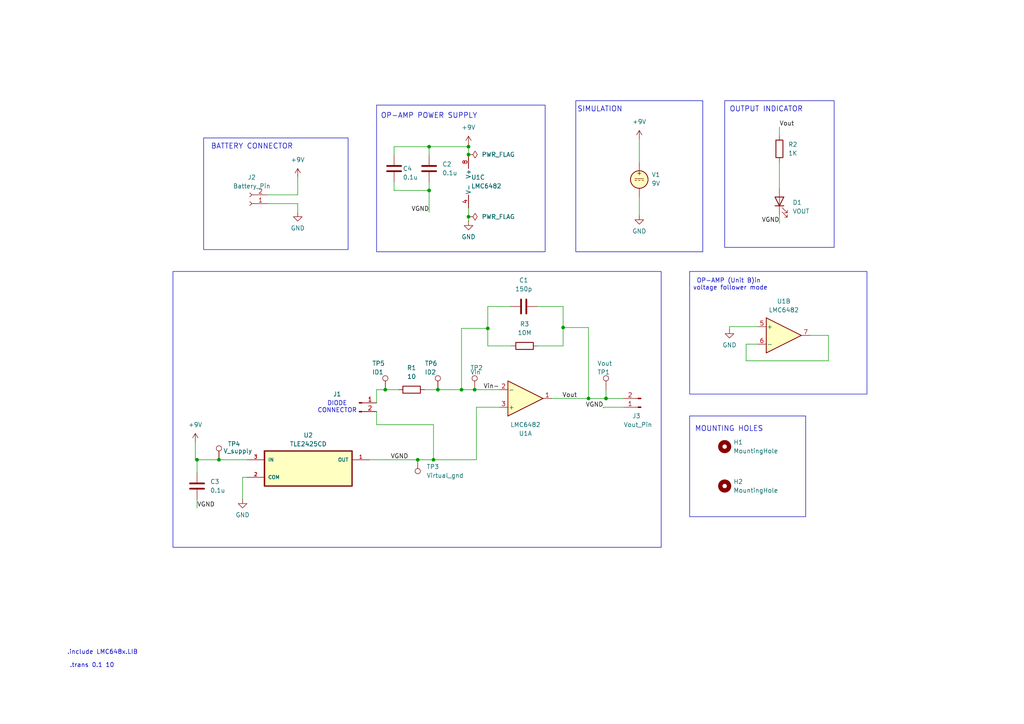
<source format=kicad_sch>
(kicad_sch
	(version 20231120)
	(generator "eeschema")
	(generator_version "8.0")
	(uuid "169f2d21-eaa3-4989-a88a-f40f32f402d8")
	(paper "A4")
	(title_block
		(title "TRANSIMPEDANCE AMPLIFIER ")
		(date "2025-07-29")
	)
	(lib_symbols
		(symbol "Amplifier_Operational:LMC6482"
			(pin_names
				(offset 0.127)
			)
			(exclude_from_sim no)
			(in_bom yes)
			(on_board yes)
			(property "Reference" "U"
				(at 0 5.08 0)
				(effects
					(font
						(size 1.27 1.27)
					)
					(justify left)
				)
			)
			(property "Value" "LMC6482"
				(at 0 -5.08 0)
				(effects
					(font
						(size 1.27 1.27)
					)
					(justify left)
				)
			)
			(property "Footprint" ""
				(at 0 0 0)
				(effects
					(font
						(size 1.27 1.27)
					)
					(hide yes)
				)
			)
			(property "Datasheet" "http://www.ti.com/lit/ds/symlink/lmc6482.pdf"
				(at 0 0 0)
				(effects
					(font
						(size 1.27 1.27)
					)
					(hide yes)
				)
			)
			(property "Description" "Dual CMOS Rail-to-Rail Input and Output Operational Amplifier, DIP-8/SOIC-8, SSOP-8"
				(at 0 0 0)
				(effects
					(font
						(size 1.27 1.27)
					)
					(hide yes)
				)
			)
			(property "ki_locked" ""
				(at 0 0 0)
				(effects
					(font
						(size 1.27 1.27)
					)
				)
			)
			(property "ki_keywords" "dual opamp"
				(at 0 0 0)
				(effects
					(font
						(size 1.27 1.27)
					)
					(hide yes)
				)
			)
			(property "ki_fp_filters" "SOIC*3.9x4.9mm*P1.27mm* DIP*W7.62mm* TO*99* OnSemi*Micro8* TSSOP*3x3mm*P0.65mm* TSSOP*4.4x3mm*P0.65mm* MSOP*3x3mm*P0.65mm* SSOP*3.9x4.9mm*P0.635mm* LFCSP*2x2mm*P0.5mm* *SIP* SOIC*5.3x6.2mm*P1.27mm*"
				(at 0 0 0)
				(effects
					(font
						(size 1.27 1.27)
					)
					(hide yes)
				)
			)
			(symbol "LMC6482_1_1"
				(polyline
					(pts
						(xy -5.08 5.08) (xy 5.08 0) (xy -5.08 -5.08) (xy -5.08 5.08)
					)
					(stroke
						(width 0.254)
						(type default)
					)
					(fill
						(type background)
					)
				)
				(pin output line
					(at 7.62 0 180)
					(length 2.54)
					(name "~"
						(effects
							(font
								(size 1.27 1.27)
							)
						)
					)
					(number "1"
						(effects
							(font
								(size 1.27 1.27)
							)
						)
					)
				)
				(pin input line
					(at -7.62 -2.54 0)
					(length 2.54)
					(name "-"
						(effects
							(font
								(size 1.27 1.27)
							)
						)
					)
					(number "2"
						(effects
							(font
								(size 1.27 1.27)
							)
						)
					)
				)
				(pin input line
					(at -7.62 2.54 0)
					(length 2.54)
					(name "+"
						(effects
							(font
								(size 1.27 1.27)
							)
						)
					)
					(number "3"
						(effects
							(font
								(size 1.27 1.27)
							)
						)
					)
				)
			)
			(symbol "LMC6482_2_1"
				(polyline
					(pts
						(xy -5.08 5.08) (xy 5.08 0) (xy -5.08 -5.08) (xy -5.08 5.08)
					)
					(stroke
						(width 0.254)
						(type default)
					)
					(fill
						(type background)
					)
				)
				(pin input line
					(at -7.62 2.54 0)
					(length 2.54)
					(name "+"
						(effects
							(font
								(size 1.27 1.27)
							)
						)
					)
					(number "5"
						(effects
							(font
								(size 1.27 1.27)
							)
						)
					)
				)
				(pin input line
					(at -7.62 -2.54 0)
					(length 2.54)
					(name "-"
						(effects
							(font
								(size 1.27 1.27)
							)
						)
					)
					(number "6"
						(effects
							(font
								(size 1.27 1.27)
							)
						)
					)
				)
				(pin output line
					(at 7.62 0 180)
					(length 2.54)
					(name "~"
						(effects
							(font
								(size 1.27 1.27)
							)
						)
					)
					(number "7"
						(effects
							(font
								(size 1.27 1.27)
							)
						)
					)
				)
			)
			(symbol "LMC6482_3_1"
				(pin power_in line
					(at -2.54 -7.62 90)
					(length 3.81)
					(name "V-"
						(effects
							(font
								(size 1.27 1.27)
							)
						)
					)
					(number "4"
						(effects
							(font
								(size 1.27 1.27)
							)
						)
					)
				)
				(pin power_in line
					(at -2.54 7.62 270)
					(length 3.81)
					(name "V+"
						(effects
							(font
								(size 1.27 1.27)
							)
						)
					)
					(number "8"
						(effects
							(font
								(size 1.27 1.27)
							)
						)
					)
				)
			)
		)
		(symbol "Connector:Conn_01x02_Pin"
			(pin_names
				(offset 1.016) hide)
			(exclude_from_sim no)
			(in_bom yes)
			(on_board yes)
			(property "Reference" "J"
				(at 0 2.54 0)
				(effects
					(font
						(size 1.27 1.27)
					)
				)
			)
			(property "Value" "Conn_01x02_Pin"
				(at 0 -5.08 0)
				(effects
					(font
						(size 1.27 1.27)
					)
				)
			)
			(property "Footprint" ""
				(at 0 0 0)
				(effects
					(font
						(size 1.27 1.27)
					)
					(hide yes)
				)
			)
			(property "Datasheet" "~"
				(at 0 0 0)
				(effects
					(font
						(size 1.27 1.27)
					)
					(hide yes)
				)
			)
			(property "Description" "Generic connector, single row, 01x02, script generated"
				(at 0 0 0)
				(effects
					(font
						(size 1.27 1.27)
					)
					(hide yes)
				)
			)
			(property "ki_locked" ""
				(at 0 0 0)
				(effects
					(font
						(size 1.27 1.27)
					)
				)
			)
			(property "ki_keywords" "connector"
				(at 0 0 0)
				(effects
					(font
						(size 1.27 1.27)
					)
					(hide yes)
				)
			)
			(property "ki_fp_filters" "Connector*:*_1x??_*"
				(at 0 0 0)
				(effects
					(font
						(size 1.27 1.27)
					)
					(hide yes)
				)
			)
			(symbol "Conn_01x02_Pin_1_1"
				(polyline
					(pts
						(xy 1.27 -2.54) (xy 0.8636 -2.54)
					)
					(stroke
						(width 0.1524)
						(type default)
					)
					(fill
						(type none)
					)
				)
				(polyline
					(pts
						(xy 1.27 0) (xy 0.8636 0)
					)
					(stroke
						(width 0.1524)
						(type default)
					)
					(fill
						(type none)
					)
				)
				(rectangle
					(start 0.8636 -2.413)
					(end 0 -2.667)
					(stroke
						(width 0.1524)
						(type default)
					)
					(fill
						(type outline)
					)
				)
				(rectangle
					(start 0.8636 0.127)
					(end 0 -0.127)
					(stroke
						(width 0.1524)
						(type default)
					)
					(fill
						(type outline)
					)
				)
				(pin passive line
					(at 5.08 0 180)
					(length 3.81)
					(name "Pin_1"
						(effects
							(font
								(size 1.27 1.27)
							)
						)
					)
					(number "1"
						(effects
							(font
								(size 1.27 1.27)
							)
						)
					)
				)
				(pin passive line
					(at 5.08 -2.54 180)
					(length 3.81)
					(name "Pin_2"
						(effects
							(font
								(size 1.27 1.27)
							)
						)
					)
					(number "2"
						(effects
							(font
								(size 1.27 1.27)
							)
						)
					)
				)
			)
		)
		(symbol "Connector:Conn_01x02_Socket"
			(pin_names
				(offset 1.016) hide)
			(exclude_from_sim no)
			(in_bom yes)
			(on_board yes)
			(property "Reference" "J"
				(at 0 2.54 0)
				(effects
					(font
						(size 1.27 1.27)
					)
				)
			)
			(property "Value" "Conn_01x02_Socket"
				(at 0 -5.08 0)
				(effects
					(font
						(size 1.27 1.27)
					)
				)
			)
			(property "Footprint" ""
				(at 0 0 0)
				(effects
					(font
						(size 1.27 1.27)
					)
					(hide yes)
				)
			)
			(property "Datasheet" "~"
				(at 0 0 0)
				(effects
					(font
						(size 1.27 1.27)
					)
					(hide yes)
				)
			)
			(property "Description" "Generic connector, single row, 01x02, script generated"
				(at 0 0 0)
				(effects
					(font
						(size 1.27 1.27)
					)
					(hide yes)
				)
			)
			(property "ki_locked" ""
				(at 0 0 0)
				(effects
					(font
						(size 1.27 1.27)
					)
				)
			)
			(property "ki_keywords" "connector"
				(at 0 0 0)
				(effects
					(font
						(size 1.27 1.27)
					)
					(hide yes)
				)
			)
			(property "ki_fp_filters" "Connector*:*_1x??_*"
				(at 0 0 0)
				(effects
					(font
						(size 1.27 1.27)
					)
					(hide yes)
				)
			)
			(symbol "Conn_01x02_Socket_1_1"
				(arc
					(start 0 -2.032)
					(mid -0.5058 -2.54)
					(end 0 -3.048)
					(stroke
						(width 0.1524)
						(type default)
					)
					(fill
						(type none)
					)
				)
				(polyline
					(pts
						(xy -1.27 -2.54) (xy -0.508 -2.54)
					)
					(stroke
						(width 0.1524)
						(type default)
					)
					(fill
						(type none)
					)
				)
				(polyline
					(pts
						(xy -1.27 0) (xy -0.508 0)
					)
					(stroke
						(width 0.1524)
						(type default)
					)
					(fill
						(type none)
					)
				)
				(arc
					(start 0 0.508)
					(mid -0.5058 0)
					(end 0 -0.508)
					(stroke
						(width 0.1524)
						(type default)
					)
					(fill
						(type none)
					)
				)
				(pin passive line
					(at -5.08 0 0)
					(length 3.81)
					(name "Pin_1"
						(effects
							(font
								(size 1.27 1.27)
							)
						)
					)
					(number "1"
						(effects
							(font
								(size 1.27 1.27)
							)
						)
					)
				)
				(pin passive line
					(at -5.08 -2.54 0)
					(length 3.81)
					(name "Pin_2"
						(effects
							(font
								(size 1.27 1.27)
							)
						)
					)
					(number "2"
						(effects
							(font
								(size 1.27 1.27)
							)
						)
					)
				)
			)
		)
		(symbol "Connector:TestPoint"
			(pin_numbers hide)
			(pin_names
				(offset 0.762) hide)
			(exclude_from_sim no)
			(in_bom yes)
			(on_board yes)
			(property "Reference" "TP"
				(at 0 6.858 0)
				(effects
					(font
						(size 1.27 1.27)
					)
				)
			)
			(property "Value" "TestPoint"
				(at 0 5.08 0)
				(effects
					(font
						(size 1.27 1.27)
					)
				)
			)
			(property "Footprint" ""
				(at 5.08 0 0)
				(effects
					(font
						(size 1.27 1.27)
					)
					(hide yes)
				)
			)
			(property "Datasheet" "~"
				(at 5.08 0 0)
				(effects
					(font
						(size 1.27 1.27)
					)
					(hide yes)
				)
			)
			(property "Description" "test point"
				(at 0 0 0)
				(effects
					(font
						(size 1.27 1.27)
					)
					(hide yes)
				)
			)
			(property "ki_keywords" "test point tp"
				(at 0 0 0)
				(effects
					(font
						(size 1.27 1.27)
					)
					(hide yes)
				)
			)
			(property "ki_fp_filters" "Pin* Test*"
				(at 0 0 0)
				(effects
					(font
						(size 1.27 1.27)
					)
					(hide yes)
				)
			)
			(symbol "TestPoint_0_1"
				(circle
					(center 0 3.302)
					(radius 0.762)
					(stroke
						(width 0)
						(type default)
					)
					(fill
						(type none)
					)
				)
			)
			(symbol "TestPoint_1_1"
				(pin passive line
					(at 0 0 90)
					(length 2.54)
					(name "1"
						(effects
							(font
								(size 1.27 1.27)
							)
						)
					)
					(number "1"
						(effects
							(font
								(size 1.27 1.27)
							)
						)
					)
				)
			)
		)
		(symbol "Device:C"
			(pin_numbers hide)
			(pin_names
				(offset 0.254)
			)
			(exclude_from_sim no)
			(in_bom yes)
			(on_board yes)
			(property "Reference" "C"
				(at 0.635 2.54 0)
				(effects
					(font
						(size 1.27 1.27)
					)
					(justify left)
				)
			)
			(property "Value" "C"
				(at 0.635 -2.54 0)
				(effects
					(font
						(size 1.27 1.27)
					)
					(justify left)
				)
			)
			(property "Footprint" ""
				(at 0.9652 -3.81 0)
				(effects
					(font
						(size 1.27 1.27)
					)
					(hide yes)
				)
			)
			(property "Datasheet" "~"
				(at 0 0 0)
				(effects
					(font
						(size 1.27 1.27)
					)
					(hide yes)
				)
			)
			(property "Description" "Unpolarized capacitor"
				(at 0 0 0)
				(effects
					(font
						(size 1.27 1.27)
					)
					(hide yes)
				)
			)
			(property "ki_keywords" "cap capacitor"
				(at 0 0 0)
				(effects
					(font
						(size 1.27 1.27)
					)
					(hide yes)
				)
			)
			(property "ki_fp_filters" "C_*"
				(at 0 0 0)
				(effects
					(font
						(size 1.27 1.27)
					)
					(hide yes)
				)
			)
			(symbol "C_0_1"
				(polyline
					(pts
						(xy -2.032 -0.762) (xy 2.032 -0.762)
					)
					(stroke
						(width 0.508)
						(type default)
					)
					(fill
						(type none)
					)
				)
				(polyline
					(pts
						(xy -2.032 0.762) (xy 2.032 0.762)
					)
					(stroke
						(width 0.508)
						(type default)
					)
					(fill
						(type none)
					)
				)
			)
			(symbol "C_1_1"
				(pin passive line
					(at 0 3.81 270)
					(length 2.794)
					(name "~"
						(effects
							(font
								(size 1.27 1.27)
							)
						)
					)
					(number "1"
						(effects
							(font
								(size 1.27 1.27)
							)
						)
					)
				)
				(pin passive line
					(at 0 -3.81 90)
					(length 2.794)
					(name "~"
						(effects
							(font
								(size 1.27 1.27)
							)
						)
					)
					(number "2"
						(effects
							(font
								(size 1.27 1.27)
							)
						)
					)
				)
			)
		)
		(symbol "Device:LED"
			(pin_numbers hide)
			(pin_names
				(offset 1.016) hide)
			(exclude_from_sim no)
			(in_bom yes)
			(on_board yes)
			(property "Reference" "D"
				(at 0 2.54 0)
				(effects
					(font
						(size 1.27 1.27)
					)
				)
			)
			(property "Value" "LED"
				(at 0 -2.54 0)
				(effects
					(font
						(size 1.27 1.27)
					)
				)
			)
			(property "Footprint" ""
				(at 0 0 0)
				(effects
					(font
						(size 1.27 1.27)
					)
					(hide yes)
				)
			)
			(property "Datasheet" "~"
				(at 0 0 0)
				(effects
					(font
						(size 1.27 1.27)
					)
					(hide yes)
				)
			)
			(property "Description" "Light emitting diode"
				(at 0 0 0)
				(effects
					(font
						(size 1.27 1.27)
					)
					(hide yes)
				)
			)
			(property "ki_keywords" "LED diode"
				(at 0 0 0)
				(effects
					(font
						(size 1.27 1.27)
					)
					(hide yes)
				)
			)
			(property "ki_fp_filters" "LED* LED_SMD:* LED_THT:*"
				(at 0 0 0)
				(effects
					(font
						(size 1.27 1.27)
					)
					(hide yes)
				)
			)
			(symbol "LED_0_1"
				(polyline
					(pts
						(xy -1.27 -1.27) (xy -1.27 1.27)
					)
					(stroke
						(width 0.254)
						(type default)
					)
					(fill
						(type none)
					)
				)
				(polyline
					(pts
						(xy -1.27 0) (xy 1.27 0)
					)
					(stroke
						(width 0)
						(type default)
					)
					(fill
						(type none)
					)
				)
				(polyline
					(pts
						(xy 1.27 -1.27) (xy 1.27 1.27) (xy -1.27 0) (xy 1.27 -1.27)
					)
					(stroke
						(width 0.254)
						(type default)
					)
					(fill
						(type none)
					)
				)
				(polyline
					(pts
						(xy -3.048 -0.762) (xy -4.572 -2.286) (xy -3.81 -2.286) (xy -4.572 -2.286) (xy -4.572 -1.524)
					)
					(stroke
						(width 0)
						(type default)
					)
					(fill
						(type none)
					)
				)
				(polyline
					(pts
						(xy -1.778 -0.762) (xy -3.302 -2.286) (xy -2.54 -2.286) (xy -3.302 -2.286) (xy -3.302 -1.524)
					)
					(stroke
						(width 0)
						(type default)
					)
					(fill
						(type none)
					)
				)
			)
			(symbol "LED_1_1"
				(pin passive line
					(at -3.81 0 0)
					(length 2.54)
					(name "K"
						(effects
							(font
								(size 1.27 1.27)
							)
						)
					)
					(number "1"
						(effects
							(font
								(size 1.27 1.27)
							)
						)
					)
				)
				(pin passive line
					(at 3.81 0 180)
					(length 2.54)
					(name "A"
						(effects
							(font
								(size 1.27 1.27)
							)
						)
					)
					(number "2"
						(effects
							(font
								(size 1.27 1.27)
							)
						)
					)
				)
			)
		)
		(symbol "Device:R"
			(pin_numbers hide)
			(pin_names
				(offset 0)
			)
			(exclude_from_sim no)
			(in_bom yes)
			(on_board yes)
			(property "Reference" "R"
				(at 2.032 0 90)
				(effects
					(font
						(size 1.27 1.27)
					)
				)
			)
			(property "Value" "R"
				(at 0 0 90)
				(effects
					(font
						(size 1.27 1.27)
					)
				)
			)
			(property "Footprint" ""
				(at -1.778 0 90)
				(effects
					(font
						(size 1.27 1.27)
					)
					(hide yes)
				)
			)
			(property "Datasheet" "~"
				(at 0 0 0)
				(effects
					(font
						(size 1.27 1.27)
					)
					(hide yes)
				)
			)
			(property "Description" "Resistor"
				(at 0 0 0)
				(effects
					(font
						(size 1.27 1.27)
					)
					(hide yes)
				)
			)
			(property "ki_keywords" "R res resistor"
				(at 0 0 0)
				(effects
					(font
						(size 1.27 1.27)
					)
					(hide yes)
				)
			)
			(property "ki_fp_filters" "R_*"
				(at 0 0 0)
				(effects
					(font
						(size 1.27 1.27)
					)
					(hide yes)
				)
			)
			(symbol "R_0_1"
				(rectangle
					(start -1.016 -2.54)
					(end 1.016 2.54)
					(stroke
						(width 0.254)
						(type default)
					)
					(fill
						(type none)
					)
				)
			)
			(symbol "R_1_1"
				(pin passive line
					(at 0 3.81 270)
					(length 1.27)
					(name "~"
						(effects
							(font
								(size 1.27 1.27)
							)
						)
					)
					(number "1"
						(effects
							(font
								(size 1.27 1.27)
							)
						)
					)
				)
				(pin passive line
					(at 0 -3.81 90)
					(length 1.27)
					(name "~"
						(effects
							(font
								(size 1.27 1.27)
							)
						)
					)
					(number "2"
						(effects
							(font
								(size 1.27 1.27)
							)
						)
					)
				)
			)
		)
		(symbol "Mechanical:MountingHole"
			(pin_names
				(offset 1.016)
			)
			(exclude_from_sim yes)
			(in_bom no)
			(on_board yes)
			(property "Reference" "H"
				(at 0 5.08 0)
				(effects
					(font
						(size 1.27 1.27)
					)
				)
			)
			(property "Value" "MountingHole"
				(at 0 3.175 0)
				(effects
					(font
						(size 1.27 1.27)
					)
				)
			)
			(property "Footprint" ""
				(at 0 0 0)
				(effects
					(font
						(size 1.27 1.27)
					)
					(hide yes)
				)
			)
			(property "Datasheet" "~"
				(at 0 0 0)
				(effects
					(font
						(size 1.27 1.27)
					)
					(hide yes)
				)
			)
			(property "Description" "Mounting Hole without connection"
				(at 0 0 0)
				(effects
					(font
						(size 1.27 1.27)
					)
					(hide yes)
				)
			)
			(property "ki_keywords" "mounting hole"
				(at 0 0 0)
				(effects
					(font
						(size 1.27 1.27)
					)
					(hide yes)
				)
			)
			(property "ki_fp_filters" "MountingHole*"
				(at 0 0 0)
				(effects
					(font
						(size 1.27 1.27)
					)
					(hide yes)
				)
			)
			(symbol "MountingHole_0_1"
				(circle
					(center 0 0)
					(radius 1.27)
					(stroke
						(width 1.27)
						(type default)
					)
					(fill
						(type none)
					)
				)
			)
		)
		(symbol "Simulation_SPICE:VDC"
			(pin_numbers hide)
			(pin_names
				(offset 0.0254)
			)
			(exclude_from_sim no)
			(in_bom yes)
			(on_board yes)
			(property "Reference" "V"
				(at 2.54 2.54 0)
				(effects
					(font
						(size 1.27 1.27)
					)
					(justify left)
				)
			)
			(property "Value" "1"
				(at 2.54 0 0)
				(effects
					(font
						(size 1.27 1.27)
					)
					(justify left)
				)
			)
			(property "Footprint" ""
				(at 0 0 0)
				(effects
					(font
						(size 1.27 1.27)
					)
					(hide yes)
				)
			)
			(property "Datasheet" "https://ngspice.sourceforge.io/docs/ngspice-html-manual/manual.xhtml#sec_Independent_Sources_for"
				(at 0 0 0)
				(effects
					(font
						(size 1.27 1.27)
					)
					(hide yes)
				)
			)
			(property "Description" "Voltage source, DC"
				(at 0 0 0)
				(effects
					(font
						(size 1.27 1.27)
					)
					(hide yes)
				)
			)
			(property "Sim.Pins" "1=+ 2=-"
				(at 0 0 0)
				(effects
					(font
						(size 1.27 1.27)
					)
					(hide yes)
				)
			)
			(property "Sim.Type" "DC"
				(at 0 0 0)
				(effects
					(font
						(size 1.27 1.27)
					)
					(hide yes)
				)
			)
			(property "Sim.Device" "V"
				(at 0 0 0)
				(effects
					(font
						(size 1.27 1.27)
					)
					(justify left)
					(hide yes)
				)
			)
			(property "ki_keywords" "simulation"
				(at 0 0 0)
				(effects
					(font
						(size 1.27 1.27)
					)
					(hide yes)
				)
			)
			(symbol "VDC_0_0"
				(polyline
					(pts
						(xy -1.27 0.254) (xy 1.27 0.254)
					)
					(stroke
						(width 0)
						(type default)
					)
					(fill
						(type none)
					)
				)
				(polyline
					(pts
						(xy -0.762 -0.254) (xy -1.27 -0.254)
					)
					(stroke
						(width 0)
						(type default)
					)
					(fill
						(type none)
					)
				)
				(polyline
					(pts
						(xy 0.254 -0.254) (xy -0.254 -0.254)
					)
					(stroke
						(width 0)
						(type default)
					)
					(fill
						(type none)
					)
				)
				(polyline
					(pts
						(xy 1.27 -0.254) (xy 0.762 -0.254)
					)
					(stroke
						(width 0)
						(type default)
					)
					(fill
						(type none)
					)
				)
				(text "+"
					(at 0 1.905 0)
					(effects
						(font
							(size 1.27 1.27)
						)
					)
				)
			)
			(symbol "VDC_0_1"
				(circle
					(center 0 0)
					(radius 2.54)
					(stroke
						(width 0.254)
						(type default)
					)
					(fill
						(type background)
					)
				)
			)
			(symbol "VDC_1_1"
				(pin passive line
					(at 0 5.08 270)
					(length 2.54)
					(name "~"
						(effects
							(font
								(size 1.27 1.27)
							)
						)
					)
					(number "1"
						(effects
							(font
								(size 1.27 1.27)
							)
						)
					)
				)
				(pin passive line
					(at 0 -5.08 90)
					(length 2.54)
					(name "~"
						(effects
							(font
								(size 1.27 1.27)
							)
						)
					)
					(number "2"
						(effects
							(font
								(size 1.27 1.27)
							)
						)
					)
				)
			)
		)
		(symbol "TA:TLE2425CD"
			(pin_names
				(offset 1.016)
			)
			(exclude_from_sim no)
			(in_bom yes)
			(on_board yes)
			(property "Reference" "U"
				(at -12.7 6.08 0)
				(effects
					(font
						(size 1.27 1.27)
					)
					(justify left bottom)
				)
			)
			(property "Value" "TLE2425CD"
				(at -12.7 -9.08 0)
				(effects
					(font
						(size 1.27 1.27)
					)
					(justify left bottom)
				)
			)
			(property "Footprint" "TLE2425CD:SOIC127P599X175-8N"
				(at 0 0 0)
				(effects
					(font
						(size 1.27 1.27)
					)
					(justify bottom)
					(hide yes)
				)
			)
			(property "Datasheet" ""
				(at 0 0 0)
				(effects
					(font
						(size 1.27 1.27)
					)
					(hide yes)
				)
			)
			(property "Description" ""
				(at 0 0 0)
				(effects
					(font
						(size 1.27 1.27)
					)
					(hide yes)
				)
			)
			(property "MF" "Texas Instruments"
				(at 0 0 0)
				(effects
					(font
						(size 1.27 1.27)
					)
					(justify bottom)
					(hide yes)
				)
			)
			(property "Description_1" "\n                        \n                            Precision Virtual Ground\n                        \n"
				(at 0 0 0)
				(effects
					(font
						(size 1.27 1.27)
					)
					(justify bottom)
					(hide yes)
				)
			)
			(property "Package" "SOIC-8 Texas Instruments"
				(at 0 0 0)
				(effects
					(font
						(size 1.27 1.27)
					)
					(justify bottom)
					(hide yes)
				)
			)
			(property "Price" "None"
				(at 0 0 0)
				(effects
					(font
						(size 1.27 1.27)
					)
					(justify bottom)
					(hide yes)
				)
			)
			(property "SnapEDA_Link" "https://www.snapeda.com/parts/TLE2425CD/Texas+Instruments/view-part/?ref=snap"
				(at 0 0 0)
				(effects
					(font
						(size 1.27 1.27)
					)
					(justify bottom)
					(hide yes)
				)
			)
			(property "MP" "TLE2425CD"
				(at 0 0 0)
				(effects
					(font
						(size 1.27 1.27)
					)
					(justify bottom)
					(hide yes)
				)
			)
			(property "Availability" "In Stock"
				(at 0 0 0)
				(effects
					(font
						(size 1.27 1.27)
					)
					(justify bottom)
					(hide yes)
				)
			)
			(property "Check_prices" "https://www.snapeda.com/parts/TLE2425CD/Texas+Instruments/view-part/?ref=eda"
				(at 0 0 0)
				(effects
					(font
						(size 1.27 1.27)
					)
					(justify bottom)
					(hide yes)
				)
			)
			(symbol "TLE2425CD_0_0"
				(rectangle
					(start -12.7 -5.08)
					(end 12.7 5.08)
					(stroke
						(width 0.41)
						(type default)
					)
					(fill
						(type background)
					)
				)
				(pin output line
					(at 17.78 2.54 180)
					(length 5.08)
					(name "OUT"
						(effects
							(font
								(size 1.016 1.016)
							)
						)
					)
					(number "1"
						(effects
							(font
								(size 1.016 1.016)
							)
						)
					)
				)
				(pin bidirectional line
					(at -17.78 -2.54 0)
					(length 5.08)
					(name "COM"
						(effects
							(font
								(size 1.016 1.016)
							)
						)
					)
					(number "2"
						(effects
							(font
								(size 1.016 1.016)
							)
						)
					)
				)
				(pin input line
					(at -17.78 2.54 0)
					(length 5.08)
					(name "IN"
						(effects
							(font
								(size 1.016 1.016)
							)
						)
					)
					(number "3"
						(effects
							(font
								(size 1.016 1.016)
							)
						)
					)
				)
			)
		)
		(symbol "power:+9V"
			(power)
			(pin_numbers hide)
			(pin_names
				(offset 0) hide)
			(exclude_from_sim no)
			(in_bom yes)
			(on_board yes)
			(property "Reference" "#PWR"
				(at 0 -3.81 0)
				(effects
					(font
						(size 1.27 1.27)
					)
					(hide yes)
				)
			)
			(property "Value" "+9V"
				(at 0 3.556 0)
				(effects
					(font
						(size 1.27 1.27)
					)
				)
			)
			(property "Footprint" ""
				(at 0 0 0)
				(effects
					(font
						(size 1.27 1.27)
					)
					(hide yes)
				)
			)
			(property "Datasheet" ""
				(at 0 0 0)
				(effects
					(font
						(size 1.27 1.27)
					)
					(hide yes)
				)
			)
			(property "Description" "Power symbol creates a global label with name \"+9V\""
				(at 0 0 0)
				(effects
					(font
						(size 1.27 1.27)
					)
					(hide yes)
				)
			)
			(property "ki_keywords" "global power"
				(at 0 0 0)
				(effects
					(font
						(size 1.27 1.27)
					)
					(hide yes)
				)
			)
			(symbol "+9V_0_1"
				(polyline
					(pts
						(xy -0.762 1.27) (xy 0 2.54)
					)
					(stroke
						(width 0)
						(type default)
					)
					(fill
						(type none)
					)
				)
				(polyline
					(pts
						(xy 0 0) (xy 0 2.54)
					)
					(stroke
						(width 0)
						(type default)
					)
					(fill
						(type none)
					)
				)
				(polyline
					(pts
						(xy 0 2.54) (xy 0.762 1.27)
					)
					(stroke
						(width 0)
						(type default)
					)
					(fill
						(type none)
					)
				)
			)
			(symbol "+9V_1_1"
				(pin power_in line
					(at 0 0 90)
					(length 0)
					(name "~"
						(effects
							(font
								(size 1.27 1.27)
							)
						)
					)
					(number "1"
						(effects
							(font
								(size 1.27 1.27)
							)
						)
					)
				)
			)
		)
		(symbol "power:GND"
			(power)
			(pin_numbers hide)
			(pin_names
				(offset 0) hide)
			(exclude_from_sim no)
			(in_bom yes)
			(on_board yes)
			(property "Reference" "#PWR"
				(at 0 -6.35 0)
				(effects
					(font
						(size 1.27 1.27)
					)
					(hide yes)
				)
			)
			(property "Value" "GND"
				(at 0 -3.81 0)
				(effects
					(font
						(size 1.27 1.27)
					)
				)
			)
			(property "Footprint" ""
				(at 0 0 0)
				(effects
					(font
						(size 1.27 1.27)
					)
					(hide yes)
				)
			)
			(property "Datasheet" ""
				(at 0 0 0)
				(effects
					(font
						(size 1.27 1.27)
					)
					(hide yes)
				)
			)
			(property "Description" "Power symbol creates a global label with name \"GND\" , ground"
				(at 0 0 0)
				(effects
					(font
						(size 1.27 1.27)
					)
					(hide yes)
				)
			)
			(property "ki_keywords" "global power"
				(at 0 0 0)
				(effects
					(font
						(size 1.27 1.27)
					)
					(hide yes)
				)
			)
			(symbol "GND_0_1"
				(polyline
					(pts
						(xy 0 0) (xy 0 -1.27) (xy 1.27 -1.27) (xy 0 -2.54) (xy -1.27 -1.27) (xy 0 -1.27)
					)
					(stroke
						(width 0)
						(type default)
					)
					(fill
						(type none)
					)
				)
			)
			(symbol "GND_1_1"
				(pin power_in line
					(at 0 0 270)
					(length 0)
					(name "~"
						(effects
							(font
								(size 1.27 1.27)
							)
						)
					)
					(number "1"
						(effects
							(font
								(size 1.27 1.27)
							)
						)
					)
				)
			)
		)
		(symbol "power:PWR_FLAG"
			(power)
			(pin_numbers hide)
			(pin_names
				(offset 0) hide)
			(exclude_from_sim no)
			(in_bom yes)
			(on_board yes)
			(property "Reference" "#FLG"
				(at 0 1.905 0)
				(effects
					(font
						(size 1.27 1.27)
					)
					(hide yes)
				)
			)
			(property "Value" "PWR_FLAG"
				(at 0 3.81 0)
				(effects
					(font
						(size 1.27 1.27)
					)
				)
			)
			(property "Footprint" ""
				(at 0 0 0)
				(effects
					(font
						(size 1.27 1.27)
					)
					(hide yes)
				)
			)
			(property "Datasheet" "~"
				(at 0 0 0)
				(effects
					(font
						(size 1.27 1.27)
					)
					(hide yes)
				)
			)
			(property "Description" "Special symbol for telling ERC where power comes from"
				(at 0 0 0)
				(effects
					(font
						(size 1.27 1.27)
					)
					(hide yes)
				)
			)
			(property "ki_keywords" "flag power"
				(at 0 0 0)
				(effects
					(font
						(size 1.27 1.27)
					)
					(hide yes)
				)
			)
			(symbol "PWR_FLAG_0_0"
				(pin power_out line
					(at 0 0 90)
					(length 0)
					(name "~"
						(effects
							(font
								(size 1.27 1.27)
							)
						)
					)
					(number "1"
						(effects
							(font
								(size 1.27 1.27)
							)
						)
					)
				)
			)
			(symbol "PWR_FLAG_0_1"
				(polyline
					(pts
						(xy 0 0) (xy 0 1.27) (xy -1.016 1.905) (xy 0 2.54) (xy 1.016 1.905) (xy 0 1.27)
					)
					(stroke
						(width 0)
						(type default)
					)
					(fill
						(type none)
					)
				)
			)
		)
	)
	(junction
		(at 175.768 115.57)
		(diameter 0)
		(color 0 0 0 0)
		(uuid "02ba0ae3-2884-4e45-a70b-270de269cf0e")
	)
	(junction
		(at 57.15 133.35)
		(diameter 0)
		(color 0 0 0 0)
		(uuid "19cacbbb-1b92-4786-96c6-3ca4d21afa92")
	)
	(junction
		(at 135.89 44.831)
		(diameter 0)
		(color 0 0 0 0)
		(uuid "1d496fab-8796-43b6-bcca-491818f541ec")
	)
	(junction
		(at 111.76 113.03)
		(diameter 0)
		(color 0 0 0 0)
		(uuid "3fef7921-9f1e-46e1-b661-22a94554f818")
	)
	(junction
		(at 127 113.03)
		(diameter 0)
		(color 0 0 0 0)
		(uuid "63522dee-6be4-4a14-bbdb-0d35a5bcd490")
	)
	(junction
		(at 141.478 95.25)
		(diameter 0)
		(color 0 0 0 0)
		(uuid "67a302b1-641c-4ec5-81b5-a5921f1b6392")
	)
	(junction
		(at 63.5 133.35)
		(diameter 0)
		(color 0 0 0 0)
		(uuid "6eb2a1c5-412c-4924-b988-9e6ec76d4b57")
	)
	(junction
		(at 124.46 55.245)
		(diameter 0)
		(color 0 0 0 0)
		(uuid "774eb588-fe05-467a-8402-3b6ec84a5611")
	)
	(junction
		(at 124.46 42.545)
		(diameter 0)
		(color 0 0 0 0)
		(uuid "78711f4e-dc12-4beb-adca-083259f799eb")
	)
	(junction
		(at 133.858 113.03)
		(diameter 0)
		(color 0 0 0 0)
		(uuid "844788a0-1aff-4035-9051-504006d5bc56")
	)
	(junction
		(at 135.89 42.545)
		(diameter 0)
		(color 0 0 0 0)
		(uuid "8fc1ba3d-9eb8-4988-87ff-84582f7427b5")
	)
	(junction
		(at 121.158 133.35)
		(diameter 0)
		(color 0 0 0 0)
		(uuid "912c988f-bb1b-4c7a-b3c5-7b23f0058bc4")
	)
	(junction
		(at 125.73 133.35)
		(diameter 0)
		(color 0 0 0 0)
		(uuid "a0e50e98-e686-4f99-8d2b-a74e6ec5d842")
	)
	(junction
		(at 170.688 115.57)
		(diameter 0)
		(color 0 0 0 0)
		(uuid "b35d36b9-0f53-4dec-827d-7559faa523f9")
	)
	(junction
		(at 137.668 113.03)
		(diameter 0)
		(color 0 0 0 0)
		(uuid "b9ad1e07-a596-41e5-8129-fa2d8607c0eb")
	)
	(junction
		(at 163.322 94.996)
		(diameter 0)
		(color 0 0 0 0)
		(uuid "bd6087ed-ab2d-4bb6-aa18-6f4c08a03496")
	)
	(junction
		(at 135.89 62.865)
		(diameter 0)
		(color 0 0 0 0)
		(uuid "c4470509-4271-473a-870b-6c94e15da690")
	)
	(wire
		(pts
			(xy 138.176 118.11) (xy 138.176 133.35)
		)
		(stroke
			(width 0)
			(type default)
		)
		(uuid "0103848b-4867-4aa4-962a-93725c2f63ee")
	)
	(wire
		(pts
			(xy 144.78 118.11) (xy 138.176 118.11)
		)
		(stroke
			(width 0)
			(type default)
		)
		(uuid "0709f54e-5327-47cd-8f03-cfca0e838406")
	)
	(wire
		(pts
			(xy 240.284 97.282) (xy 240.284 104.648)
		)
		(stroke
			(width 0)
			(type default)
		)
		(uuid "077e1d68-4507-4676-b86f-e034824dfc1e")
	)
	(wire
		(pts
			(xy 141.478 95.25) (xy 133.858 95.25)
		)
		(stroke
			(width 0)
			(type default)
		)
		(uuid "0ff47329-6277-4db0-99b3-ea308c860ff8")
	)
	(wire
		(pts
			(xy 114.3 42.545) (xy 124.46 42.545)
		)
		(stroke
			(width 0)
			(type default)
		)
		(uuid "13189258-5b3b-4a42-839d-a8faf8e53c30")
	)
	(wire
		(pts
			(xy 135.89 44.831) (xy 135.89 45.085)
		)
		(stroke
			(width 0)
			(type default)
		)
		(uuid "17f60520-aa73-4a34-8fa7-306b15792746")
	)
	(wire
		(pts
			(xy 216.408 104.648) (xy 216.408 99.822)
		)
		(stroke
			(width 0)
			(type default)
		)
		(uuid "1e254347-f735-4a5b-8e11-3138e65210ba")
	)
	(wire
		(pts
			(xy 57.15 137.16) (xy 57.15 133.35)
		)
		(stroke
			(width 0)
			(type default)
		)
		(uuid "24293db2-2d28-4a04-af01-22bc6410bcd3")
	)
	(wire
		(pts
			(xy 115.57 113.03) (xy 111.76 113.03)
		)
		(stroke
			(width 0)
			(type default)
		)
		(uuid "2a9832f4-2dc2-480d-aed8-1d4358aba307")
	)
	(wire
		(pts
			(xy 56.642 128.27) (xy 56.642 133.35)
		)
		(stroke
			(width 0)
			(type default)
		)
		(uuid "2c922d9a-5902-498e-8247-004da6eb9f44")
	)
	(wire
		(pts
			(xy 125.73 133.35) (xy 138.176 133.35)
		)
		(stroke
			(width 0)
			(type default)
		)
		(uuid "2d9b78f6-ce34-4214-9ecb-704c6427d767")
	)
	(wire
		(pts
			(xy 185.42 57.15) (xy 185.42 62.484)
		)
		(stroke
			(width 0)
			(type default)
		)
		(uuid "30ebebad-1d22-4e48-8a41-064bb08a498c")
	)
	(wire
		(pts
			(xy 170.688 94.996) (xy 163.322 94.996)
		)
		(stroke
			(width 0)
			(type default)
		)
		(uuid "3312113c-6928-48ff-a61b-531c3f0ada49")
	)
	(wire
		(pts
			(xy 240.284 104.648) (xy 216.408 104.648)
		)
		(stroke
			(width 0)
			(type default)
		)
		(uuid "33c77494-eddc-4f33-b661-3d918089d769")
	)
	(wire
		(pts
			(xy 109.22 123.19) (xy 109.22 119.38)
		)
		(stroke
			(width 0)
			(type default)
		)
		(uuid "34aaf37f-d64b-4609-94ef-0d75ca85780d")
	)
	(wire
		(pts
			(xy 135.89 42.545) (xy 135.89 44.831)
		)
		(stroke
			(width 0)
			(type default)
		)
		(uuid "35af1c19-aee1-4470-870e-fd8fd3e124e2")
	)
	(wire
		(pts
			(xy 141.478 100.33) (xy 148.336 100.33)
		)
		(stroke
			(width 0)
			(type default)
		)
		(uuid "3cdde84f-3b9c-44c4-94cd-f441a9daaee9")
	)
	(wire
		(pts
			(xy 141.478 95.25) (xy 141.478 100.33)
		)
		(stroke
			(width 0)
			(type default)
		)
		(uuid "3ce73142-cd13-4449-883e-e65cd39a7181")
	)
	(wire
		(pts
			(xy 56.642 133.35) (xy 57.15 133.35)
		)
		(stroke
			(width 0)
			(type default)
		)
		(uuid "437bab6b-0834-41ff-a747-4eebf0092dd7")
	)
	(wire
		(pts
			(xy 127 113.03) (xy 133.858 113.03)
		)
		(stroke
			(width 0)
			(type default)
		)
		(uuid "45985e90-93a4-4abc-919e-7ac6095f42f9")
	)
	(wire
		(pts
			(xy 86.36 59.055) (xy 86.36 61.595)
		)
		(stroke
			(width 0)
			(type default)
		)
		(uuid "477743a5-123c-4098-8acf-3f657ca15b2d")
	)
	(wire
		(pts
			(xy 135.89 42.037) (xy 135.89 42.545)
		)
		(stroke
			(width 0)
			(type default)
		)
		(uuid "488574b1-6eea-4978-8808-09992e5f3de9")
	)
	(wire
		(pts
			(xy 124.46 52.705) (xy 124.46 55.245)
		)
		(stroke
			(width 0)
			(type default)
		)
		(uuid "4ddf4048-cf3d-487b-aea6-bec6d8463c3b")
	)
	(wire
		(pts
			(xy 114.3 45.085) (xy 114.3 42.545)
		)
		(stroke
			(width 0)
			(type default)
		)
		(uuid "4f38035c-285b-4e64-86f4-6f255ab11d34")
	)
	(wire
		(pts
			(xy 163.322 94.996) (xy 163.322 100.33)
		)
		(stroke
			(width 0)
			(type default)
		)
		(uuid "5ba7c85d-561d-49d3-82e3-1809ead4bb3a")
	)
	(wire
		(pts
			(xy 124.46 42.545) (xy 124.46 45.085)
		)
		(stroke
			(width 0)
			(type default)
		)
		(uuid "65671ddc-140e-491e-b960-b4d267e0b7dd")
	)
	(wire
		(pts
			(xy 234.95 97.282) (xy 240.284 97.282)
		)
		(stroke
			(width 0)
			(type default)
		)
		(uuid "6afeac2d-e635-4c89-98b1-b7f708d262d1")
	)
	(wire
		(pts
			(xy 109.22 123.19) (xy 125.73 123.19)
		)
		(stroke
			(width 0)
			(type default)
		)
		(uuid "6b986fcd-719f-4bc1-bc65-22ccb1d91d64")
	)
	(wire
		(pts
			(xy 70.358 138.43) (xy 71.628 138.43)
		)
		(stroke
			(width 0)
			(type default)
		)
		(uuid "6ce20328-c74a-418a-81b6-b8d6142f37f3")
	)
	(wire
		(pts
			(xy 63.5 133.35) (xy 71.628 133.35)
		)
		(stroke
			(width 0)
			(type default)
		)
		(uuid "6d446210-4e88-465e-bdcf-90b9d72d301e")
	)
	(wire
		(pts
			(xy 160.02 115.57) (xy 170.688 115.57)
		)
		(stroke
			(width 0)
			(type default)
		)
		(uuid "6d85a529-9f4c-4ed8-a9a8-2ac06f37d5be")
	)
	(wire
		(pts
			(xy 141.478 88.9) (xy 141.478 95.25)
		)
		(stroke
			(width 0)
			(type default)
		)
		(uuid "77889701-50b7-420d-b7ed-07c8e47db1d9")
	)
	(wire
		(pts
			(xy 175.006 118.11) (xy 175.006 118.364)
		)
		(stroke
			(width 0)
			(type default)
		)
		(uuid "787c0488-2ea1-4eba-b8c0-ef1cbb8a37bb")
	)
	(wire
		(pts
			(xy 124.46 55.245) (xy 124.46 61.595)
		)
		(stroke
			(width 0)
			(type default)
		)
		(uuid "7ab0a0b4-e8ac-44b7-a57a-e8c0863721d9")
	)
	(wire
		(pts
			(xy 70.358 144.78) (xy 70.358 138.43)
		)
		(stroke
			(width 0)
			(type default)
		)
		(uuid "7e954a4d-e3a6-4d89-a233-1cc9568f28f1")
	)
	(wire
		(pts
			(xy 135.89 62.865) (xy 135.89 64.135)
		)
		(stroke
			(width 0)
			(type default)
		)
		(uuid "7f51a19e-32d7-4898-b5ef-0bc66fb8f57d")
	)
	(wire
		(pts
			(xy 107.188 133.35) (xy 121.158 133.35)
		)
		(stroke
			(width 0)
			(type default)
		)
		(uuid "863136fa-0f22-4563-a373-231bfc47b359")
	)
	(wire
		(pts
			(xy 133.858 95.25) (xy 133.858 113.03)
		)
		(stroke
			(width 0)
			(type default)
		)
		(uuid "906df57d-bc31-4994-99f8-56b91a78318d")
	)
	(wire
		(pts
			(xy 175.768 113.03) (xy 175.768 115.57)
		)
		(stroke
			(width 0)
			(type default)
		)
		(uuid "9ba379e3-2481-4f0d-9dec-ce4449be3f72")
	)
	(wire
		(pts
			(xy 86.36 56.515) (xy 86.36 51.435)
		)
		(stroke
			(width 0)
			(type default)
		)
		(uuid "9f8d5c3a-ae5a-4c6c-83a9-9d4ad7c6349f")
	)
	(wire
		(pts
			(xy 109.22 113.03) (xy 109.22 116.84)
		)
		(stroke
			(width 0)
			(type default)
		)
		(uuid "a169683f-4545-4f46-901a-4d825f58c820")
	)
	(wire
		(pts
			(xy 155.702 88.9) (xy 163.322 88.9)
		)
		(stroke
			(width 0)
			(type default)
		)
		(uuid "a28d5097-4439-4c45-9d0f-168bce6e1e57")
	)
	(wire
		(pts
			(xy 226.06 62.23) (xy 226.06 64.77)
		)
		(stroke
			(width 0)
			(type default)
		)
		(uuid "a2c898b5-7e98-40e0-92d5-0cf88994f25e")
	)
	(wire
		(pts
			(xy 226.06 46.99) (xy 226.06 54.61)
		)
		(stroke
			(width 0)
			(type default)
		)
		(uuid "a3cc1a1a-a5a7-4f62-8830-e7477a45cd86")
	)
	(wire
		(pts
			(xy 148.082 88.9) (xy 141.478 88.9)
		)
		(stroke
			(width 0)
			(type default)
		)
		(uuid "b252404d-6948-41ee-b749-6e5f7dcd2a4a")
	)
	(wire
		(pts
			(xy 170.688 115.57) (xy 175.768 115.57)
		)
		(stroke
			(width 0)
			(type default)
		)
		(uuid "b446a6f7-a60b-4765-983c-007e3968a02a")
	)
	(wire
		(pts
			(xy 57.15 144.78) (xy 57.15 147.32)
		)
		(stroke
			(width 0)
			(type default)
		)
		(uuid "b5778fbb-212a-4b41-9b1a-7da767a38c87")
	)
	(wire
		(pts
			(xy 163.322 88.9) (xy 163.322 94.996)
		)
		(stroke
			(width 0)
			(type default)
		)
		(uuid "b6d212ac-8135-443c-9959-d6135e73a807")
	)
	(wire
		(pts
			(xy 111.76 113.03) (xy 109.22 113.03)
		)
		(stroke
			(width 0)
			(type default)
		)
		(uuid "b6e41ac3-07c7-4eda-a28b-86a83e7406df")
	)
	(wire
		(pts
			(xy 77.47 56.515) (xy 86.36 56.515)
		)
		(stroke
			(width 0)
			(type default)
		)
		(uuid "b82f861f-aa72-49b1-af24-23e310bc108c")
	)
	(wire
		(pts
			(xy 170.688 115.57) (xy 170.688 94.996)
		)
		(stroke
			(width 0)
			(type default)
		)
		(uuid "b92a6466-a123-4e5a-a60c-e9e406cdf990")
	)
	(wire
		(pts
			(xy 216.408 99.822) (xy 219.71 99.822)
		)
		(stroke
			(width 0)
			(type default)
		)
		(uuid "ba0d07af-e646-460e-8b8b-86690dbd1843")
	)
	(wire
		(pts
			(xy 133.858 113.03) (xy 137.668 113.03)
		)
		(stroke
			(width 0)
			(type default)
		)
		(uuid "c80b95a8-43ac-4d58-9686-053e7e9172d9")
	)
	(wire
		(pts
			(xy 185.42 40.386) (xy 185.42 46.99)
		)
		(stroke
			(width 0)
			(type default)
		)
		(uuid "c94609ba-2ba7-4c07-b495-3e71eeeabc06")
	)
	(wire
		(pts
			(xy 135.89 60.325) (xy 135.89 62.865)
		)
		(stroke
			(width 0)
			(type default)
		)
		(uuid "cab9c681-8523-4c11-8b00-c2c295c21587")
	)
	(wire
		(pts
			(xy 180.848 118.11) (xy 175.006 118.11)
		)
		(stroke
			(width 0)
			(type default)
		)
		(uuid "cc81be00-630f-4335-b61c-fd1f5b4657b1")
	)
	(wire
		(pts
			(xy 211.582 94.742) (xy 219.71 94.742)
		)
		(stroke
			(width 0)
			(type default)
		)
		(uuid "d10b1dea-fb9a-4430-8f9c-fc3bdca36297")
	)
	(wire
		(pts
			(xy 123.19 113.03) (xy 127 113.03)
		)
		(stroke
			(width 0)
			(type default)
		)
		(uuid "d23478ba-3595-4760-9398-4f8d68636289")
	)
	(wire
		(pts
			(xy 125.73 123.19) (xy 125.73 133.35)
		)
		(stroke
			(width 0)
			(type default)
		)
		(uuid "d57336bc-1c1b-4755-bfeb-c89b0ae16347")
	)
	(wire
		(pts
			(xy 175.768 115.57) (xy 180.848 115.57)
		)
		(stroke
			(width 0)
			(type default)
		)
		(uuid "d76d4d56-2fd2-4849-856d-1fe61bdf5573")
	)
	(wire
		(pts
			(xy 57.15 133.35) (xy 63.5 133.35)
		)
		(stroke
			(width 0)
			(type default)
		)
		(uuid "dec27dc6-57ce-4325-b276-2ab00e2e6be4")
	)
	(wire
		(pts
			(xy 211.582 95.504) (xy 211.582 94.742)
		)
		(stroke
			(width 0)
			(type default)
		)
		(uuid "e5e41024-4ab1-458e-abab-3a4c57b79347")
	)
	(wire
		(pts
			(xy 77.47 59.055) (xy 86.36 59.055)
		)
		(stroke
			(width 0)
			(type default)
		)
		(uuid "e78e1b63-cdd1-4e5f-a317-8221e67e2f2d")
	)
	(wire
		(pts
			(xy 114.3 52.705) (xy 114.3 55.245)
		)
		(stroke
			(width 0)
			(type default)
		)
		(uuid "e88d0903-2ab0-4613-ade5-e4a65c6b263c")
	)
	(wire
		(pts
			(xy 226.06 36.83) (xy 226.06 39.37)
		)
		(stroke
			(width 0)
			(type default)
		)
		(uuid "ec8ee66a-c6e7-4251-87ee-b2168e001aab")
	)
	(wire
		(pts
			(xy 137.668 113.03) (xy 144.78 113.03)
		)
		(stroke
			(width 0)
			(type default)
		)
		(uuid "f26de922-67d5-4730-8730-dccc312c434d")
	)
	(wire
		(pts
			(xy 155.956 100.33) (xy 163.322 100.33)
		)
		(stroke
			(width 0)
			(type default)
		)
		(uuid "f3b89ba2-4567-4440-b536-bdf8df93cbaf")
	)
	(wire
		(pts
			(xy 124.46 42.545) (xy 135.89 42.545)
		)
		(stroke
			(width 0)
			(type default)
		)
		(uuid "f4689397-893d-4792-8a0f-8a6ebae19ace")
	)
	(wire
		(pts
			(xy 121.158 133.35) (xy 125.73 133.35)
		)
		(stroke
			(width 0)
			(type default)
		)
		(uuid "f5d9857d-af30-43f2-9b1c-2c1a5322e59d")
	)
	(wire
		(pts
			(xy 114.3 55.245) (xy 124.46 55.245)
		)
		(stroke
			(width 0)
			(type default)
		)
		(uuid "fc92b3da-8412-47ae-954e-9abd4a49b32d")
	)
	(rectangle
		(start 109.22 30.48)
		(end 158.115 73.025)
		(stroke
			(width 0)
			(type default)
		)
		(fill
			(type none)
		)
		(uuid 5d54cc03-f078-432a-89d9-a7942d55c01f)
	)
	(rectangle
		(start 59.055 40.005)
		(end 100.965 72.39)
		(stroke
			(width 0)
			(type default)
		)
		(fill
			(type none)
		)
		(uuid 5f8e013d-1141-4729-b11a-b48a551e8d8e)
	)
	(rectangle
		(start 200.025 120.65)
		(end 233.68 149.86)
		(stroke
			(width 0)
			(type default)
		)
		(fill
			(type none)
		)
		(uuid 9690d790-b589-464c-a986-eaabcde6384f)
	)
	(rectangle
		(start 167.005 29.21)
		(end 203.835 73.025)
		(stroke
			(width 0)
			(type default)
		)
		(fill
			(type none)
		)
		(uuid bbdbce16-d3fa-40ce-96c0-06733a62b3c4)
	)
	(rectangle
		(start 200.025 78.74)
		(end 251.46 114.3)
		(stroke
			(width 0)
			(type default)
		)
		(fill
			(type none)
		)
		(uuid c0d89339-81f6-4b37-8078-61a91cbfee87)
	)
	(rectangle
		(start 50.165 78.74)
		(end 191.77 158.75)
		(stroke
			(width 0)
			(type default)
		)
		(fill
			(type none)
		)
		(uuid c737c5c2-40b4-4217-93d9-54e2bf67233f)
	)
	(rectangle
		(start 210.185 29.21)
		(end 241.935 71.755)
		(stroke
			(width 0)
			(type default)
		)
		(fill
			(type none)
		)
		(uuid fc17f56a-0b4d-401e-a2b2-cff26cbe8482)
	)
	(text "OP-AMP POWER SUPPLY"
		(exclude_from_sim no)
		(at 124.46 33.655 0)
		(effects
			(font
				(size 1.5 1.5)
			)
		)
		(uuid "07f4275e-7a77-4f42-8ec8-754cc5889093")
	)
	(text ".include LMC648x.LIB"
		(exclude_from_sim no)
		(at 29.718 189.23 0)
		(effects
			(font
				(size 1.27 1.27)
			)
		)
		(uuid "2a4c46be-24c2-4198-9c34-361ed1d8ec93")
	)
	(text "SIMULATION"
		(exclude_from_sim no)
		(at 173.99 31.75 0)
		(effects
			(font
				(size 1.5 1.5)
			)
		)
		(uuid "45cb5230-e50a-4132-b5b9-ba745f878e81")
	)
	(text "MOUNTING HOLES\n"
		(exclude_from_sim no)
		(at 211.455 124.46 0)
		(effects
			(font
				(size 1.5 1.5)
			)
		)
		(uuid "79ac85ae-0419-4d06-a3d6-e800d6765b10")
	)
	(text ".trans 0.1 10\n"
		(exclude_from_sim no)
		(at 26.67 193.04 0)
		(effects
			(font
				(size 1.27 1.27)
			)
		)
		(uuid "79e27d66-3d60-4327-905f-d02af9297519")
	)
	(text "OP-AMP (Unit B)in \nvoltage follower mode"
		(exclude_from_sim no)
		(at 211.836 82.55 0)
		(effects
			(font
				(size 1.27 1.27)
			)
		)
		(uuid "8672a8d5-82d8-4bf8-9ae9-568d649f2885")
	)
	(text "DIODE\nCONNECTOR\n"
		(exclude_from_sim no)
		(at 97.79 118.11 0)
		(effects
			(font
				(size 1.27 1.27)
			)
		)
		(uuid "94adac8f-3ce3-45a9-bff2-194e14e4e022")
	)
	(text "OUTPUT INDICATOR"
		(exclude_from_sim no)
		(at 222.25 31.75 0)
		(effects
			(font
				(size 1.5 1.5)
			)
		)
		(uuid "a0f14b48-86f5-43b8-8e06-4d6ccd3ec4cc")
	)
	(text "BATTERY CONNECTOR \n"
		(exclude_from_sim no)
		(at 73.66 42.545 0)
		(effects
			(font
				(size 1.5 1.5)
			)
		)
		(uuid "e0b6c2db-2100-412a-9310-9e3e5ecb9262")
	)
	(label "VGND"
		(at 57.15 147.32 0)
		(effects
			(font
				(size 1.27 1.27)
			)
			(justify left bottom)
		)
		(uuid "098a6e4b-80da-4a7f-b3bf-cd880b20b486")
	)
	(label "VGND"
		(at 113.284 133.35 0)
		(effects
			(font
				(size 1.27 1.27)
			)
			(justify left bottom)
		)
		(uuid "1d915610-012e-433b-a354-e8394626963c")
	)
	(label "VGND"
		(at 226.06 64.77 180)
		(effects
			(font
				(size 1.27 1.27)
			)
			(justify right bottom)
		)
		(uuid "395c1c22-4336-4b17-94e7-683ebb4d4de7")
	)
	(label "Vin-"
		(at 140.208 113.03 0)
		(effects
			(font
				(size 1.27 1.27)
			)
			(justify left bottom)
		)
		(uuid "3c6ac19d-b116-49c3-a63b-a01097864d36")
	)
	(label "Vout"
		(at 226.06 36.83 0)
		(effects
			(font
				(size 1.27 1.27)
			)
			(justify left bottom)
		)
		(uuid "6a7fc18d-7d5d-4c04-9186-78198868e611")
	)
	(label "Vout"
		(at 163.068 115.57 0)
		(effects
			(font
				(size 1.27 1.27)
			)
			(justify left bottom)
		)
		(uuid "80935f18-527e-453a-9fe9-e9d206897844")
	)
	(label "VGND"
		(at 124.46 61.595 180)
		(effects
			(font
				(size 1.27 1.27)
			)
			(justify right bottom)
		)
		(uuid "8ef0134f-c941-4e5f-b566-374f20ac0d0d")
	)
	(label "VGND"
		(at 175.006 118.364 180)
		(effects
			(font
				(size 1.27 1.27)
			)
			(justify right bottom)
		)
		(uuid "9b615ddf-cc20-43ad-a773-764b2176fe48")
	)
	(symbol
		(lib_id "power:GND")
		(at 135.89 64.135 0)
		(unit 1)
		(exclude_from_sim no)
		(in_bom yes)
		(on_board yes)
		(dnp no)
		(fields_autoplaced yes)
		(uuid "0540a591-255d-47e3-a9de-c5fd7a237531")
		(property "Reference" "#PWR01"
			(at 135.89 70.485 0)
			(effects
				(font
					(size 1.27 1.27)
				)
				(hide yes)
			)
		)
		(property "Value" "GND"
			(at 135.89 68.707 0)
			(effects
				(font
					(size 1.27 1.27)
				)
			)
		)
		(property "Footprint" ""
			(at 135.89 64.135 0)
			(effects
				(font
					(size 1.27 1.27)
				)
				(hide yes)
			)
		)
		(property "Datasheet" ""
			(at 135.89 64.135 0)
			(effects
				(font
					(size 1.27 1.27)
				)
				(hide yes)
			)
		)
		(property "Description" "Power symbol creates a global label with name \"GND\" , ground"
			(at 135.89 64.135 0)
			(effects
				(font
					(size 1.27 1.27)
				)
				(hide yes)
			)
		)
		(pin "1"
			(uuid "4f5302da-e0a7-41fb-85df-33bdc213143c")
		)
		(instances
			(project ""
				(path "/169f2d21-eaa3-4989-a88a-f40f32f402d8"
					(reference "#PWR01")
					(unit 1)
				)
			)
		)
	)
	(symbol
		(lib_id "Device:C")
		(at 57.15 140.97 180)
		(unit 1)
		(exclude_from_sim no)
		(in_bom yes)
		(on_board yes)
		(dnp no)
		(fields_autoplaced yes)
		(uuid "0dfc737e-3da2-4cdf-8a83-4c00ceb5de1c")
		(property "Reference" "C3"
			(at 60.96 139.6999 0)
			(effects
				(font
					(size 1.27 1.27)
				)
				(justify right)
			)
		)
		(property "Value" "0.1u"
			(at 60.96 142.2399 0)
			(effects
				(font
					(size 1.27 1.27)
				)
				(justify right)
			)
		)
		(property "Footprint" "Capacitor_SMD:C_0603_1608Metric_Pad1.08x0.95mm_HandSolder"
			(at 56.1848 137.16 0)
			(effects
				(font
					(size 1.27 1.27)
				)
				(hide yes)
			)
		)
		(property "Datasheet" "~"
			(at 57.15 140.97 0)
			(effects
				(font
					(size 1.27 1.27)
				)
				(hide yes)
			)
		)
		(property "Description" "Unpolarized capacitor"
			(at 57.15 140.97 0)
			(effects
				(font
					(size 1.27 1.27)
				)
				(hide yes)
			)
		)
		(pin "1"
			(uuid "50bb8366-40ae-4e08-81e7-6c906d68d703")
		)
		(pin "2"
			(uuid "1ce8cd45-a3f4-44db-a013-6831947a313c")
		)
		(instances
			(project "TA"
				(path "/169f2d21-eaa3-4989-a88a-f40f32f402d8"
					(reference "C3")
					(unit 1)
				)
			)
		)
	)
	(symbol
		(lib_id "Device:R")
		(at 152.146 100.33 90)
		(unit 1)
		(exclude_from_sim no)
		(in_bom yes)
		(on_board yes)
		(dnp no)
		(fields_autoplaced yes)
		(uuid "16c99fc6-362e-446f-9572-199a7977f167")
		(property "Reference" "R3"
			(at 152.146 93.98 90)
			(effects
				(font
					(size 1.27 1.27)
				)
			)
		)
		(property "Value" "10M"
			(at 152.146 96.52 90)
			(effects
				(font
					(size 1.27 1.27)
				)
			)
		)
		(property "Footprint" "Resistor_SMD:R_0805_2012Metric_Pad1.20x1.40mm_HandSolder"
			(at 152.146 102.108 90)
			(effects
				(font
					(size 1.27 1.27)
				)
				(hide yes)
			)
		)
		(property "Datasheet" "~"
			(at 152.146 100.33 0)
			(effects
				(font
					(size 1.27 1.27)
				)
				(hide yes)
			)
		)
		(property "Description" "Resistor"
			(at 152.146 100.33 0)
			(effects
				(font
					(size 1.27 1.27)
				)
				(hide yes)
			)
		)
		(pin "2"
			(uuid "03290693-6a0c-4c88-afa1-5c513b3c0492")
		)
		(pin "1"
			(uuid "7816064c-7a62-4be2-baa7-9f2b8b198015")
		)
		(instances
			(project "TA"
				(path "/169f2d21-eaa3-4989-a88a-f40f32f402d8"
					(reference "R3")
					(unit 1)
				)
			)
		)
	)
	(symbol
		(lib_id "power:GND")
		(at 185.42 62.484 0)
		(unit 1)
		(exclude_from_sim no)
		(in_bom yes)
		(on_board yes)
		(dnp no)
		(fields_autoplaced yes)
		(uuid "1fbb406d-8ea5-4f24-b69c-479558200ecc")
		(property "Reference" "#PWR04"
			(at 185.42 68.834 0)
			(effects
				(font
					(size 1.27 1.27)
				)
				(hide yes)
			)
		)
		(property "Value" "GND"
			(at 185.42 67.056 0)
			(effects
				(font
					(size 1.27 1.27)
				)
			)
		)
		(property "Footprint" ""
			(at 185.42 62.484 0)
			(effects
				(font
					(size 1.27 1.27)
				)
				(hide yes)
			)
		)
		(property "Datasheet" ""
			(at 185.42 62.484 0)
			(effects
				(font
					(size 1.27 1.27)
				)
				(hide yes)
			)
		)
		(property "Description" "Power symbol creates a global label with name \"GND\" , ground"
			(at 185.42 62.484 0)
			(effects
				(font
					(size 1.27 1.27)
				)
				(hide yes)
			)
		)
		(pin "1"
			(uuid "4222461f-c2c5-499b-acb2-826f47ba32f0")
		)
		(instances
			(project "TA"
				(path "/169f2d21-eaa3-4989-a88a-f40f32f402d8"
					(reference "#PWR04")
					(unit 1)
				)
			)
		)
	)
	(symbol
		(lib_id "Connector:TestPoint")
		(at 137.668 113.03 0)
		(unit 1)
		(exclude_from_sim no)
		(in_bom yes)
		(on_board yes)
		(dnp no)
		(uuid "272960d5-9c77-4fbc-bf58-4a9c1b3d80eb")
		(property "Reference" "TP2"
			(at 136.398 106.68 0)
			(effects
				(font
					(size 1.27 1.27)
				)
				(justify left)
			)
		)
		(property "Value" "Vin"
			(at 136.398 107.95 0)
			(effects
				(font
					(size 1.27 1.27)
				)
				(justify left)
			)
		)
		(property "Footprint" "Connector_PinHeader_2.54mm:PinHeader_1x01_P2.54mm_Vertical"
			(at 142.748 113.03 0)
			(effects
				(font
					(size 1.27 1.27)
				)
				(hide yes)
			)
		)
		(property "Datasheet" "~"
			(at 142.748 113.03 0)
			(effects
				(font
					(size 1.27 1.27)
				)
				(hide yes)
			)
		)
		(property "Description" "test point"
			(at 137.668 113.03 0)
			(effects
				(font
					(size 1.27 1.27)
				)
				(hide yes)
			)
		)
		(pin "1"
			(uuid "1a0c959f-bf1b-4267-9f42-1d01a56ff25e")
		)
		(instances
			(project ""
				(path "/169f2d21-eaa3-4989-a88a-f40f32f402d8"
					(reference "TP2")
					(unit 1)
				)
			)
		)
	)
	(symbol
		(lib_id "power:+9V")
		(at 135.89 42.037 0)
		(unit 1)
		(exclude_from_sim no)
		(in_bom yes)
		(on_board yes)
		(dnp no)
		(fields_autoplaced yes)
		(uuid "2e6af039-f664-4629-b1c0-cdc283d732c6")
		(property "Reference" "#PWR02"
			(at 135.89 45.847 0)
			(effects
				(font
					(size 1.27 1.27)
				)
				(hide yes)
			)
		)
		(property "Value" "+9V"
			(at 135.89 36.957 0)
			(effects
				(font
					(size 1.27 1.27)
				)
			)
		)
		(property "Footprint" ""
			(at 135.89 42.037 0)
			(effects
				(font
					(size 1.27 1.27)
				)
				(hide yes)
			)
		)
		(property "Datasheet" ""
			(at 135.89 42.037 0)
			(effects
				(font
					(size 1.27 1.27)
				)
				(hide yes)
			)
		)
		(property "Description" "Power symbol creates a global label with name \"+9V\""
			(at 135.89 42.037 0)
			(effects
				(font
					(size 1.27 1.27)
				)
				(hide yes)
			)
		)
		(pin "1"
			(uuid "645e7c66-0a44-423b-9c8d-816a542d6d8e")
		)
		(instances
			(project ""
				(path "/169f2d21-eaa3-4989-a88a-f40f32f402d8"
					(reference "#PWR02")
					(unit 1)
				)
			)
		)
	)
	(symbol
		(lib_id "Connector:Conn_01x02_Socket")
		(at 72.39 59.055 180)
		(unit 1)
		(exclude_from_sim no)
		(in_bom yes)
		(on_board yes)
		(dnp no)
		(fields_autoplaced yes)
		(uuid "341d3f7a-14ed-4350-9b5d-06d0c077cde9")
		(property "Reference" "J2"
			(at 73.025 51.435 0)
			(effects
				(font
					(size 1.27 1.27)
				)
			)
		)
		(property "Value" "Battery_Pin"
			(at 73.025 53.975 0)
			(effects
				(font
					(size 1.27 1.27)
				)
			)
		)
		(property "Footprint" "Connector_PinHeader_2.54mm:PinHeader_1x02_P2.54mm_Vertical"
			(at 72.39 59.055 0)
			(effects
				(font
					(size 1.27 1.27)
				)
				(hide yes)
			)
		)
		(property "Datasheet" "~"
			(at 72.39 59.055 0)
			(effects
				(font
					(size 1.27 1.27)
				)
				(hide yes)
			)
		)
		(property "Description" "Generic connector, single row, 01x02, script generated"
			(at 72.39 59.055 0)
			(effects
				(font
					(size 1.27 1.27)
				)
				(hide yes)
			)
		)
		(pin "2"
			(uuid "78ed4be8-00ac-4cc9-a334-82be99daf3a5")
		)
		(pin "1"
			(uuid "e72d8f70-adae-4e7b-9498-e553327083ed")
		)
		(instances
			(project ""
				(path "/169f2d21-eaa3-4989-a88a-f40f32f402d8"
					(reference "J2")
					(unit 1)
				)
			)
		)
	)
	(symbol
		(lib_id "power:GND")
		(at 211.582 95.504 0)
		(unit 1)
		(exclude_from_sim no)
		(in_bom yes)
		(on_board yes)
		(dnp no)
		(fields_autoplaced yes)
		(uuid "376d8c98-a07a-4ecf-aefb-318978113e57")
		(property "Reference" "#PWR09"
			(at 211.582 101.854 0)
			(effects
				(font
					(size 1.27 1.27)
				)
				(hide yes)
			)
		)
		(property "Value" "GND"
			(at 211.582 100.076 0)
			(effects
				(font
					(size 1.27 1.27)
				)
			)
		)
		(property "Footprint" ""
			(at 211.582 95.504 0)
			(effects
				(font
					(size 1.27 1.27)
				)
				(hide yes)
			)
		)
		(property "Datasheet" ""
			(at 211.582 95.504 0)
			(effects
				(font
					(size 1.27 1.27)
				)
				(hide yes)
			)
		)
		(property "Description" "Power symbol creates a global label with name \"GND\" , ground"
			(at 211.582 95.504 0)
			(effects
				(font
					(size 1.27 1.27)
				)
				(hide yes)
			)
		)
		(pin "1"
			(uuid "a15a73ad-04e0-4d40-81cd-578bc0782ac5")
		)
		(instances
			(project ""
				(path "/169f2d21-eaa3-4989-a88a-f40f32f402d8"
					(reference "#PWR09")
					(unit 1)
				)
			)
		)
	)
	(symbol
		(lib_id "power:+9V")
		(at 86.36 51.435 0)
		(unit 1)
		(exclude_from_sim no)
		(in_bom yes)
		(on_board yes)
		(dnp no)
		(fields_autoplaced yes)
		(uuid "45360c61-be72-4055-831a-7f20c8bfc7d9")
		(property "Reference" "#PWR08"
			(at 86.36 55.245 0)
			(effects
				(font
					(size 1.27 1.27)
				)
				(hide yes)
			)
		)
		(property "Value" "+9V"
			(at 86.36 46.355 0)
			(effects
				(font
					(size 1.27 1.27)
				)
			)
		)
		(property "Footprint" ""
			(at 86.36 51.435 0)
			(effects
				(font
					(size 1.27 1.27)
				)
				(hide yes)
			)
		)
		(property "Datasheet" ""
			(at 86.36 51.435 0)
			(effects
				(font
					(size 1.27 1.27)
				)
				(hide yes)
			)
		)
		(property "Description" "Power symbol creates a global label with name \"+9V\""
			(at 86.36 51.435 0)
			(effects
				(font
					(size 1.27 1.27)
				)
				(hide yes)
			)
		)
		(pin "1"
			(uuid "8fb79510-8763-4c99-9ea7-9bbc44b20123")
		)
		(instances
			(project "TA"
				(path "/169f2d21-eaa3-4989-a88a-f40f32f402d8"
					(reference "#PWR08")
					(unit 1)
				)
			)
		)
	)
	(symbol
		(lib_id "Mechanical:MountingHole")
		(at 210.185 129.54 0)
		(unit 1)
		(exclude_from_sim yes)
		(in_bom no)
		(on_board yes)
		(dnp no)
		(fields_autoplaced yes)
		(uuid "466953ea-69f0-40f2-84ec-1770a829312c")
		(property "Reference" "H1"
			(at 212.725 128.2699 0)
			(effects
				(font
					(size 1.27 1.27)
				)
				(justify left)
			)
		)
		(property "Value" "MountingHole"
			(at 212.725 130.8099 0)
			(effects
				(font
					(size 1.27 1.27)
				)
				(justify left)
			)
		)
		(property "Footprint" "MountingHole:MountingHole_4.3mm_M4_DIN965"
			(at 210.185 129.54 0)
			(effects
				(font
					(size 1.27 1.27)
				)
				(hide yes)
			)
		)
		(property "Datasheet" "~"
			(at 210.185 129.54 0)
			(effects
				(font
					(size 1.27 1.27)
				)
				(hide yes)
			)
		)
		(property "Description" "Mounting Hole without connection"
			(at 210.185 129.54 0)
			(effects
				(font
					(size 1.27 1.27)
				)
				(hide yes)
			)
		)
		(instances
			(project ""
				(path "/169f2d21-eaa3-4989-a88a-f40f32f402d8"
					(reference "H1")
					(unit 1)
				)
			)
		)
	)
	(symbol
		(lib_id "power:GND")
		(at 86.36 61.595 0)
		(unit 1)
		(exclude_from_sim no)
		(in_bom yes)
		(on_board yes)
		(dnp no)
		(fields_autoplaced yes)
		(uuid "471111a8-d24c-4d68-9b03-12755c65cccd")
		(property "Reference" "#PWR07"
			(at 86.36 67.945 0)
			(effects
				(font
					(size 1.27 1.27)
				)
				(hide yes)
			)
		)
		(property "Value" "GND"
			(at 86.36 66.167 0)
			(effects
				(font
					(size 1.27 1.27)
				)
			)
		)
		(property "Footprint" ""
			(at 86.36 61.595 0)
			(effects
				(font
					(size 1.27 1.27)
				)
				(hide yes)
			)
		)
		(property "Datasheet" ""
			(at 86.36 61.595 0)
			(effects
				(font
					(size 1.27 1.27)
				)
				(hide yes)
			)
		)
		(property "Description" "Power symbol creates a global label with name \"GND\" , ground"
			(at 86.36 61.595 0)
			(effects
				(font
					(size 1.27 1.27)
				)
				(hide yes)
			)
		)
		(pin "1"
			(uuid "93f13acd-a4b6-40ef-87bc-1e40fe642068")
		)
		(instances
			(project "TA"
				(path "/169f2d21-eaa3-4989-a88a-f40f32f402d8"
					(reference "#PWR07")
					(unit 1)
				)
			)
		)
	)
	(symbol
		(lib_id "Connector:Conn_01x02_Pin")
		(at 104.14 116.84 0)
		(unit 1)
		(exclude_from_sim no)
		(in_bom yes)
		(on_board yes)
		(dnp no)
		(uuid "533930df-2092-4f45-8fdd-cd46aa26bcb9")
		(property "Reference" "J1"
			(at 97.79 114.3 0)
			(effects
				(font
					(size 1.27 1.27)
				)
			)
		)
		(property "Value" "Diode_Pin"
			(at 104.775 114.554 0)
			(effects
				(font
					(size 1.27 1.27)
				)
				(hide yes)
			)
		)
		(property "Footprint" "Connector_PinHeader_2.54mm:PinHeader_1x02_P2.54mm_Vertical"
			(at 104.14 116.84 0)
			(effects
				(font
					(size 1.27 1.27)
				)
				(hide yes)
			)
		)
		(property "Datasheet" "~"
			(at 104.14 116.84 0)
			(effects
				(font
					(size 1.27 1.27)
				)
				(hide yes)
			)
		)
		(property "Description" "Generic connector, single row, 01x02, script generated"
			(at 104.14 116.84 0)
			(effects
				(font
					(size 1.27 1.27)
				)
				(hide yes)
			)
		)
		(pin "1"
			(uuid "150b4a1c-280b-463d-8eb8-72f3d269dc60")
		)
		(pin "2"
			(uuid "80f40f60-cb1e-4bc2-a975-8af43d5a59aa")
		)
		(instances
			(project ""
				(path "/169f2d21-eaa3-4989-a88a-f40f32f402d8"
					(reference "J1")
					(unit 1)
				)
			)
		)
	)
	(symbol
		(lib_id "power:+9V")
		(at 185.42 40.386 0)
		(unit 1)
		(exclude_from_sim no)
		(in_bom yes)
		(on_board yes)
		(dnp no)
		(fields_autoplaced yes)
		(uuid "5a997eba-9be1-4c31-95c4-48525c838002")
		(property "Reference" "#PWR03"
			(at 185.42 44.196 0)
			(effects
				(font
					(size 1.27 1.27)
				)
				(hide yes)
			)
		)
		(property "Value" "+9V"
			(at 185.42 35.306 0)
			(effects
				(font
					(size 1.27 1.27)
				)
			)
		)
		(property "Footprint" ""
			(at 185.42 40.386 0)
			(effects
				(font
					(size 1.27 1.27)
				)
				(hide yes)
			)
		)
		(property "Datasheet" ""
			(at 185.42 40.386 0)
			(effects
				(font
					(size 1.27 1.27)
				)
				(hide yes)
			)
		)
		(property "Description" "Power symbol creates a global label with name \"+9V\""
			(at 185.42 40.386 0)
			(effects
				(font
					(size 1.27 1.27)
				)
				(hide yes)
			)
		)
		(pin "1"
			(uuid "40621338-e93e-431b-bc52-2225f49b2350")
		)
		(instances
			(project "TA"
				(path "/169f2d21-eaa3-4989-a88a-f40f32f402d8"
					(reference "#PWR03")
					(unit 1)
				)
			)
		)
	)
	(symbol
		(lib_id "Device:C")
		(at 114.3 48.895 0)
		(unit 1)
		(exclude_from_sim no)
		(in_bom yes)
		(on_board yes)
		(dnp no)
		(uuid "81ea2c00-b32b-48a2-9447-6f94f18daf11")
		(property "Reference" "C4"
			(at 116.84 48.895 0)
			(effects
				(font
					(size 1.27 1.27)
				)
				(justify left)
			)
		)
		(property "Value" "0.1u"
			(at 116.84 51.435 0)
			(effects
				(font
					(size 1.27 1.27)
				)
				(justify left)
			)
		)
		(property "Footprint" "Capacitor_SMD:C_0603_1608Metric_Pad1.08x0.95mm_HandSolder"
			(at 115.2652 52.705 0)
			(effects
				(font
					(size 1.27 1.27)
				)
				(hide yes)
			)
		)
		(property "Datasheet" "~"
			(at 114.3 48.895 0)
			(effects
				(font
					(size 1.27 1.27)
				)
				(hide yes)
			)
		)
		(property "Description" "Unpolarized capacitor"
			(at 114.3 48.895 0)
			(effects
				(font
					(size 1.27 1.27)
				)
				(hide yes)
			)
		)
		(pin "1"
			(uuid "d6690ea2-bbec-4c16-8d0f-58c0def946c3")
		)
		(pin "2"
			(uuid "c215a293-4385-4980-a628-e841fda2cac0")
		)
		(instances
			(project "TA"
				(path "/169f2d21-eaa3-4989-a88a-f40f32f402d8"
					(reference "C4")
					(unit 1)
				)
			)
		)
	)
	(symbol
		(lib_id "Connector:TestPoint")
		(at 111.76 113.03 0)
		(unit 1)
		(exclude_from_sim no)
		(in_bom yes)
		(on_board yes)
		(dnp no)
		(uuid "878c4466-3dfb-4873-bb83-fd7fe0fc80e6")
		(property "Reference" "TP5"
			(at 107.95 105.41 0)
			(effects
				(font
					(size 1.27 1.27)
				)
				(justify left)
			)
		)
		(property "Value" "ID1"
			(at 107.95 107.95 0)
			(effects
				(font
					(size 1.27 1.27)
				)
				(justify left)
			)
		)
		(property "Footprint" "TestPoint:TestPoint_Pad_1.0x1.0mm"
			(at 116.84 113.03 0)
			(effects
				(font
					(size 1.27 1.27)
				)
				(hide yes)
			)
		)
		(property "Datasheet" "~"
			(at 116.84 113.03 0)
			(effects
				(font
					(size 1.27 1.27)
				)
				(hide yes)
			)
		)
		(property "Description" "test point"
			(at 111.76 113.03 0)
			(effects
				(font
					(size 1.27 1.27)
				)
				(hide yes)
			)
		)
		(pin "1"
			(uuid "8b189753-0d54-427a-8349-785afe0c6507")
		)
		(instances
			(project ""
				(path "/169f2d21-eaa3-4989-a88a-f40f32f402d8"
					(reference "TP5")
					(unit 1)
				)
			)
		)
	)
	(symbol
		(lib_id "power:GND")
		(at 70.358 144.78 0)
		(unit 1)
		(exclude_from_sim no)
		(in_bom yes)
		(on_board yes)
		(dnp no)
		(fields_autoplaced yes)
		(uuid "896cabfa-3536-46d4-88dc-cc23421278dd")
		(property "Reference" "#PWR05"
			(at 70.358 151.13 0)
			(effects
				(font
					(size 1.27 1.27)
				)
				(hide yes)
			)
		)
		(property "Value" "GND"
			(at 70.358 149.352 0)
			(effects
				(font
					(size 1.27 1.27)
				)
			)
		)
		(property "Footprint" ""
			(at 70.358 144.78 0)
			(effects
				(font
					(size 1.27 1.27)
				)
				(hide yes)
			)
		)
		(property "Datasheet" ""
			(at 70.358 144.78 0)
			(effects
				(font
					(size 1.27 1.27)
				)
				(hide yes)
			)
		)
		(property "Description" "Power symbol creates a global label with name \"GND\" , ground"
			(at 70.358 144.78 0)
			(effects
				(font
					(size 1.27 1.27)
				)
				(hide yes)
			)
		)
		(pin "1"
			(uuid "a55a2001-c5cc-4f93-9a61-fff6633225a9")
		)
		(instances
			(project "TA"
				(path "/169f2d21-eaa3-4989-a88a-f40f32f402d8"
					(reference "#PWR05")
					(unit 1)
				)
			)
		)
	)
	(symbol
		(lib_id "Connector:TestPoint")
		(at 63.5 133.35 0)
		(unit 1)
		(exclude_from_sim no)
		(in_bom yes)
		(on_board yes)
		(dnp no)
		(uuid "9d5ab434-0e8c-4681-9684-66612a1756c4")
		(property "Reference" "TP4"
			(at 66.04 128.7779 0)
			(effects
				(font
					(size 1.27 1.27)
				)
				(justify left)
			)
		)
		(property "Value" "V_supply"
			(at 64.77 130.81 0)
			(effects
				(font
					(size 1.27 1.27)
				)
				(justify left)
			)
		)
		(property "Footprint" "Connector_PinHeader_2.54mm:PinHeader_1x01_P2.54mm_Vertical"
			(at 68.58 133.35 0)
			(effects
				(font
					(size 1.27 1.27)
				)
				(hide yes)
			)
		)
		(property "Datasheet" "~"
			(at 68.58 133.35 0)
			(effects
				(font
					(size 1.27 1.27)
				)
				(hide yes)
			)
		)
		(property "Description" "test point"
			(at 63.5 133.35 0)
			(effects
				(font
					(size 1.27 1.27)
				)
				(hide yes)
			)
		)
		(pin "1"
			(uuid "16b900ad-2b20-4214-b97a-ae1f82a7a605")
		)
		(instances
			(project "TA"
				(path "/169f2d21-eaa3-4989-a88a-f40f32f402d8"
					(reference "TP4")
					(unit 1)
				)
			)
		)
	)
	(symbol
		(lib_id "Connector:Conn_01x02_Pin")
		(at 185.928 118.11 180)
		(unit 1)
		(exclude_from_sim no)
		(in_bom yes)
		(on_board yes)
		(dnp no)
		(uuid "9d81b021-380d-4580-906a-54ad4c1229a2")
		(property "Reference" "J3"
			(at 183.388 120.65 0)
			(effects
				(font
					(size 1.27 1.27)
				)
				(justify right)
			)
		)
		(property "Value" "Vout_Pin"
			(at 180.848 123.19 0)
			(effects
				(font
					(size 1.27 1.27)
				)
				(justify right)
			)
		)
		(property "Footprint" "Connector_PinHeader_2.54mm:PinHeader_1x02_P2.54mm_Vertical"
			(at 185.928 118.11 0)
			(effects
				(font
					(size 1.27 1.27)
				)
				(hide yes)
			)
		)
		(property "Datasheet" "~"
			(at 185.928 118.11 0)
			(effects
				(font
					(size 1.27 1.27)
				)
				(hide yes)
			)
		)
		(property "Description" "Generic connector, single row, 01x02, script generated"
			(at 185.928 118.11 0)
			(effects
				(font
					(size 1.27 1.27)
				)
				(hide yes)
			)
		)
		(pin "1"
			(uuid "c7846cd2-cb3f-4666-8595-9f1939bd8033")
		)
		(pin "2"
			(uuid "59b76d9c-da55-45ee-b3e2-9a7d05f7f2e1")
		)
		(instances
			(project ""
				(path "/169f2d21-eaa3-4989-a88a-f40f32f402d8"
					(reference "J3")
					(unit 1)
				)
			)
		)
	)
	(symbol
		(lib_id "Amplifier_Operational:LMC6482")
		(at 138.43 52.705 0)
		(unit 3)
		(exclude_from_sim no)
		(in_bom yes)
		(on_board yes)
		(dnp no)
		(fields_autoplaced yes)
		(uuid "a31c7996-513a-43c1-bb12-821d7ec31b4a")
		(property "Reference" "U1"
			(at 136.652 51.4349 0)
			(effects
				(font
					(size 1.27 1.27)
				)
				(justify left)
			)
		)
		(property "Value" "LMC6482"
			(at 136.652 53.9749 0)
			(effects
				(font
					(size 1.27 1.27)
				)
				(justify left)
			)
		)
		(property "Footprint" "TA:SOIC127P599X175-8N"
			(at 138.43 52.705 0)
			(effects
				(font
					(size 1.27 1.27)
				)
				(hide yes)
			)
		)
		(property "Datasheet" "http://www.ti.com/lit/ds/symlink/lmc6482.pdf"
			(at 138.43 52.705 0)
			(effects
				(font
					(size 1.27 1.27)
				)
				(hide yes)
			)
		)
		(property "Description" "Dual CMOS Rail-to-Rail Input and Output Operational Amplifier, DIP-8/SOIC-8, SSOP-8"
			(at 138.43 52.705 0)
			(effects
				(font
					(size 1.27 1.27)
				)
				(hide yes)
			)
		)
		(property "Sim.Library" "LMC648x.LIB"
			(at 138.43 52.705 0)
			(effects
				(font
					(size 1.27 1.27)
				)
				(hide yes)
			)
		)
		(property "Spice_Primitive" "X"
			(at 138.43 52.705 0)
			(effects
				(font
					(size 1.27 1.27)
				)
				(hide yes)
			)
		)
		(property "Spice_Model" "LMC6482 "
			(at 138.43 52.705 0)
			(effects
				(font
					(size 1.27 1.27)
				)
				(hide yes)
			)
		)
		(property "Sim.Name" "LMC648x"
			(at 138.43 52.705 0)
			(effects
				(font
					(size 1.27 1.27)
				)
				(hide yes)
			)
		)
		(property "Sim.Device" "SUBCKT"
			(at 138.43 52.705 0)
			(effects
				(font
					(size 1.27 1.27)
				)
				(hide yes)
			)
		)
		(property "Sim.Pins" "3=IN+ 2=IN- 8=VCC 4=VEE 1=OUT"
			(at 138.43 52.705 0)
			(effects
				(font
					(size 1.27 1.27)
				)
				(hide yes)
			)
		)
		(pin "5"
			(uuid "d0689863-6374-4e15-81ee-422476a8630e")
		)
		(pin "6"
			(uuid "4074de92-a191-4789-9405-42e997a0a3b5")
		)
		(pin "4"
			(uuid "4897538d-304f-4b09-b126-17625efad4f2")
		)
		(pin "7"
			(uuid "600b5038-398a-4d81-a01f-f5869a2bfb20")
		)
		(pin "2"
			(uuid "9a6583e8-6a23-4883-89f1-94d44b50b4b8")
		)
		(pin "3"
			(uuid "83763f90-b4a0-4f37-862f-babba8e4a8e1")
		)
		(pin "8"
			(uuid "4fcfdbd5-0a85-4ad4-851c-86c92e609629")
		)
		(pin "1"
			(uuid "5617d912-a958-41d0-ba64-a343203f8f73")
		)
		(instances
			(project ""
				(path "/169f2d21-eaa3-4989-a88a-f40f32f402d8"
					(reference "U1")
					(unit 3)
				)
			)
		)
	)
	(symbol
		(lib_id "Device:R")
		(at 226.06 43.18 0)
		(unit 1)
		(exclude_from_sim no)
		(in_bom yes)
		(on_board yes)
		(dnp no)
		(fields_autoplaced yes)
		(uuid "afc2c88b-1f28-4b0c-845a-6b399c3a8da2")
		(property "Reference" "R2"
			(at 228.6 41.9099 0)
			(effects
				(font
					(size 1.27 1.27)
				)
				(justify left)
			)
		)
		(property "Value" "1K"
			(at 228.6 44.4499 0)
			(effects
				(font
					(size 1.27 1.27)
				)
				(justify left)
			)
		)
		(property "Footprint" "Resistor_SMD:R_0603_1608Metric_Pad0.98x0.95mm_HandSolder"
			(at 224.282 43.18 90)
			(effects
				(font
					(size 1.27 1.27)
				)
				(hide yes)
			)
		)
		(property "Datasheet" "~"
			(at 226.06 43.18 0)
			(effects
				(font
					(size 1.27 1.27)
				)
				(hide yes)
			)
		)
		(property "Description" "Resistor"
			(at 226.06 43.18 0)
			(effects
				(font
					(size 1.27 1.27)
				)
				(hide yes)
			)
		)
		(pin "1"
			(uuid "4eaebd6a-43f6-4c0f-a296-0692a6a8bc40")
		)
		(pin "2"
			(uuid "a1102853-4c01-415f-9e6a-301c9254e558")
		)
		(instances
			(project "TA"
				(path "/169f2d21-eaa3-4989-a88a-f40f32f402d8"
					(reference "R2")
					(unit 1)
				)
			)
		)
	)
	(symbol
		(lib_id "Device:C")
		(at 151.892 88.9 90)
		(unit 1)
		(exclude_from_sim no)
		(in_bom yes)
		(on_board yes)
		(dnp no)
		(fields_autoplaced yes)
		(uuid "b17048ba-2390-4c54-b11e-996d333d79ea")
		(property "Reference" "C1"
			(at 151.892 81.28 90)
			(effects
				(font
					(size 1.27 1.27)
				)
			)
		)
		(property "Value" "150p"
			(at 151.892 83.82 90)
			(effects
				(font
					(size 1.27 1.27)
				)
			)
		)
		(property "Footprint" "Capacitor_SMD:C_0603_1608Metric_Pad1.08x0.95mm_HandSolder"
			(at 155.702 87.9348 0)
			(effects
				(font
					(size 1.27 1.27)
				)
				(hide yes)
			)
		)
		(property "Datasheet" "~"
			(at 151.892 88.9 0)
			(effects
				(font
					(size 1.27 1.27)
				)
				(hide yes)
			)
		)
		(property "Description" "Unpolarized capacitor"
			(at 151.892 88.9 0)
			(effects
				(font
					(size 1.27 1.27)
				)
				(hide yes)
			)
		)
		(pin "1"
			(uuid "79baaca5-92df-421a-92ec-67cd8521485f")
		)
		(pin "2"
			(uuid "d3127048-ea01-46fe-a768-3b2bc26d4e21")
		)
		(instances
			(project ""
				(path "/169f2d21-eaa3-4989-a88a-f40f32f402d8"
					(reference "C1")
					(unit 1)
				)
			)
		)
	)
	(symbol
		(lib_id "Connector:TestPoint")
		(at 127 113.03 0)
		(unit 1)
		(exclude_from_sim no)
		(in_bom yes)
		(on_board yes)
		(dnp no)
		(uuid "be2d1ae0-deec-477d-801e-709b1b282968")
		(property "Reference" "TP6"
			(at 123.19 105.41 0)
			(effects
				(font
					(size 1.27 1.27)
				)
				(justify left)
			)
		)
		(property "Value" "ID2"
			(at 123.19 107.95 0)
			(effects
				(font
					(size 1.27 1.27)
				)
				(justify left)
			)
		)
		(property "Footprint" "TestPoint:TestPoint_Pad_1.0x1.0mm"
			(at 132.08 113.03 0)
			(effects
				(font
					(size 1.27 1.27)
				)
				(hide yes)
			)
		)
		(property "Datasheet" "~"
			(at 132.08 113.03 0)
			(effects
				(font
					(size 1.27 1.27)
				)
				(hide yes)
			)
		)
		(property "Description" "test point"
			(at 127 113.03 0)
			(effects
				(font
					(size 1.27 1.27)
				)
				(hide yes)
			)
		)
		(pin "1"
			(uuid "8c52836d-6db2-499f-aa2f-8b036b2dbd0f")
		)
		(instances
			(project "TA"
				(path "/169f2d21-eaa3-4989-a88a-f40f32f402d8"
					(reference "TP6")
					(unit 1)
				)
			)
		)
	)
	(symbol
		(lib_id "Device:LED")
		(at 226.06 58.42 90)
		(unit 1)
		(exclude_from_sim no)
		(in_bom yes)
		(on_board yes)
		(dnp no)
		(fields_autoplaced yes)
		(uuid "cd396d80-ef12-4c8d-b3c3-ff90317c420c")
		(property "Reference" "D1"
			(at 229.87 58.7374 90)
			(effects
				(font
					(size 1.27 1.27)
				)
				(justify right)
			)
		)
		(property "Value" "VOUT"
			(at 229.87 61.2774 90)
			(effects
				(font
					(size 1.27 1.27)
				)
				(justify right)
			)
		)
		(property "Footprint" "LED_SMD:LED_0603_1608Metric_Pad1.05x0.95mm_HandSolder"
			(at 226.06 58.42 0)
			(effects
				(font
					(size 1.27 1.27)
				)
				(hide yes)
			)
		)
		(property "Datasheet" "~"
			(at 226.06 58.42 0)
			(effects
				(font
					(size 1.27 1.27)
				)
				(hide yes)
			)
		)
		(property "Description" "Light emitting diode"
			(at 226.06 58.42 0)
			(effects
				(font
					(size 1.27 1.27)
				)
				(hide yes)
			)
		)
		(pin "1"
			(uuid "004a9d56-2f03-4f27-916f-4cab6fd655d6")
		)
		(pin "2"
			(uuid "568febd8-8f19-4c16-ada8-efbb18448019")
		)
		(instances
			(project "TA"
				(path "/169f2d21-eaa3-4989-a88a-f40f32f402d8"
					(reference "D1")
					(unit 1)
				)
			)
		)
	)
	(symbol
		(lib_id "Device:C")
		(at 124.46 48.895 0)
		(unit 1)
		(exclude_from_sim no)
		(in_bom yes)
		(on_board yes)
		(dnp no)
		(fields_autoplaced yes)
		(uuid "cf917c5b-7268-4a43-bd09-5306712a27bd")
		(property "Reference" "C2"
			(at 128.27 47.6249 0)
			(effects
				(font
					(size 1.27 1.27)
				)
				(justify left)
			)
		)
		(property "Value" "0.1u"
			(at 128.27 50.1649 0)
			(effects
				(font
					(size 1.27 1.27)
				)
				(justify left)
			)
		)
		(property "Footprint" "Capacitor_SMD:C_0603_1608Metric_Pad1.08x0.95mm_HandSolder"
			(at 125.4252 52.705 0)
			(effects
				(font
					(size 1.27 1.27)
				)
				(hide yes)
			)
		)
		(property "Datasheet" "~"
			(at 124.46 48.895 0)
			(effects
				(font
					(size 1.27 1.27)
				)
				(hide yes)
			)
		)
		(property "Description" "Unpolarized capacitor"
			(at 124.46 48.895 0)
			(effects
				(font
					(size 1.27 1.27)
				)
				(hide yes)
			)
		)
		(pin "1"
			(uuid "dfd6f8bf-c892-4535-a180-45869cc1b35a")
		)
		(pin "2"
			(uuid "69cc2e13-a488-491d-a4ef-ebb37d7982e4")
		)
		(instances
			(project ""
				(path "/169f2d21-eaa3-4989-a88a-f40f32f402d8"
					(reference "C2")
					(unit 1)
				)
			)
		)
	)
	(symbol
		(lib_id "Connector:TestPoint")
		(at 121.158 133.35 180)
		(unit 1)
		(exclude_from_sim no)
		(in_bom yes)
		(on_board yes)
		(dnp no)
		(fields_autoplaced yes)
		(uuid "d528193c-803f-4d8a-a698-9a9e100aa729")
		(property "Reference" "TP3"
			(at 123.698 135.3819 0)
			(effects
				(font
					(size 1.27 1.27)
				)
				(justify right)
			)
		)
		(property "Value" "Virtual_gnd"
			(at 123.698 137.9219 0)
			(effects
				(font
					(size 1.27 1.27)
				)
				(justify right)
			)
		)
		(property "Footprint" "Connector_PinHeader_2.54mm:PinHeader_1x01_P2.54mm_Vertical"
			(at 116.078 133.35 0)
			(effects
				(font
					(size 1.27 1.27)
				)
				(hide yes)
			)
		)
		(property "Datasheet" "~"
			(at 116.078 133.35 0)
			(effects
				(font
					(size 1.27 1.27)
				)
				(hide yes)
			)
		)
		(property "Description" "test point"
			(at 121.158 133.35 0)
			(effects
				(font
					(size 1.27 1.27)
				)
				(hide yes)
			)
		)
		(pin "1"
			(uuid "fc0969c6-84e7-4f06-ab9e-322165dfea09")
		)
		(instances
			(project ""
				(path "/169f2d21-eaa3-4989-a88a-f40f32f402d8"
					(reference "TP3")
					(unit 1)
				)
			)
		)
	)
	(symbol
		(lib_id "power:+9V")
		(at 56.642 128.27 0)
		(unit 1)
		(exclude_from_sim no)
		(in_bom yes)
		(on_board yes)
		(dnp no)
		(fields_autoplaced yes)
		(uuid "dbd985e3-e0c4-4a27-9d32-ccb0703cfc7a")
		(property "Reference" "#PWR06"
			(at 56.642 132.08 0)
			(effects
				(font
					(size 1.27 1.27)
				)
				(hide yes)
			)
		)
		(property "Value" "+9V"
			(at 56.642 123.19 0)
			(effects
				(font
					(size 1.27 1.27)
				)
			)
		)
		(property "Footprint" ""
			(at 56.642 128.27 0)
			(effects
				(font
					(size 1.27 1.27)
				)
				(hide yes)
			)
		)
		(property "Datasheet" ""
			(at 56.642 128.27 0)
			(effects
				(font
					(size 1.27 1.27)
				)
				(hide yes)
			)
		)
		(property "Description" "Power symbol creates a global label with name \"+9V\""
			(at 56.642 128.27 0)
			(effects
				(font
					(size 1.27 1.27)
				)
				(hide yes)
			)
		)
		(pin "1"
			(uuid "456490e0-2cdb-45c6-9bda-9793c20f72a3")
		)
		(instances
			(project "TA"
				(path "/169f2d21-eaa3-4989-a88a-f40f32f402d8"
					(reference "#PWR06")
					(unit 1)
				)
			)
		)
	)
	(symbol
		(lib_id "power:PWR_FLAG")
		(at 135.89 62.865 270)
		(unit 1)
		(exclude_from_sim no)
		(in_bom yes)
		(on_board yes)
		(dnp no)
		(fields_autoplaced yes)
		(uuid "e1b9e1ad-a474-4f86-a403-4704d276c622")
		(property "Reference" "#FLG02"
			(at 137.795 62.865 0)
			(effects
				(font
					(size 1.27 1.27)
				)
				(hide yes)
			)
		)
		(property "Value" "PWR_FLAG"
			(at 139.7 62.8649 90)
			(effects
				(font
					(size 1.27 1.27)
				)
				(justify left)
			)
		)
		(property "Footprint" ""
			(at 135.89 62.865 0)
			(effects
				(font
					(size 1.27 1.27)
				)
				(hide yes)
			)
		)
		(property "Datasheet" "~"
			(at 135.89 62.865 0)
			(effects
				(font
					(size 1.27 1.27)
				)
				(hide yes)
			)
		)
		(property "Description" "Special symbol for telling ERC where power comes from"
			(at 135.89 62.865 0)
			(effects
				(font
					(size 1.27 1.27)
				)
				(hide yes)
			)
		)
		(pin "1"
			(uuid "ea84b9ba-b30e-453a-9b65-262fdfca0209")
		)
		(instances
			(project "TA"
				(path "/169f2d21-eaa3-4989-a88a-f40f32f402d8"
					(reference "#FLG02")
					(unit 1)
				)
			)
		)
	)
	(symbol
		(lib_id "Mechanical:MountingHole")
		(at 210.185 140.97 0)
		(unit 1)
		(exclude_from_sim yes)
		(in_bom no)
		(on_board yes)
		(dnp no)
		(fields_autoplaced yes)
		(uuid "e73372d6-e8f1-45fc-88b6-2fd9513f5487")
		(property "Reference" "H2"
			(at 212.725 139.6999 0)
			(effects
				(font
					(size 1.27 1.27)
				)
				(justify left)
			)
		)
		(property "Value" "MountingHole"
			(at 212.725 142.2399 0)
			(effects
				(font
					(size 1.27 1.27)
				)
				(justify left)
			)
		)
		(property "Footprint" "MountingHole:MountingHole_4.3mm_M4_DIN965"
			(at 210.185 140.97 0)
			(effects
				(font
					(size 1.27 1.27)
				)
				(hide yes)
			)
		)
		(property "Datasheet" "~"
			(at 210.185 140.97 0)
			(effects
				(font
					(size 1.27 1.27)
				)
				(hide yes)
			)
		)
		(property "Description" "Mounting Hole without connection"
			(at 210.185 140.97 0)
			(effects
				(font
					(size 1.27 1.27)
				)
				(hide yes)
			)
		)
		(instances
			(project "TA"
				(path "/169f2d21-eaa3-4989-a88a-f40f32f402d8"
					(reference "H2")
					(unit 1)
				)
			)
		)
	)
	(symbol
		(lib_id "power:PWR_FLAG")
		(at 135.89 44.831 270)
		(unit 1)
		(exclude_from_sim no)
		(in_bom yes)
		(on_board yes)
		(dnp no)
		(fields_autoplaced yes)
		(uuid "e8aef3bf-ff5c-415d-bc91-66cc42c36631")
		(property "Reference" "#FLG01"
			(at 137.795 44.831 0)
			(effects
				(font
					(size 1.27 1.27)
				)
				(hide yes)
			)
		)
		(property "Value" "PWR_FLAG"
			(at 139.7 44.8309 90)
			(effects
				(font
					(size 1.27 1.27)
				)
				(justify left)
			)
		)
		(property "Footprint" ""
			(at 135.89 44.831 0)
			(effects
				(font
					(size 1.27 1.27)
				)
				(hide yes)
			)
		)
		(property "Datasheet" "~"
			(at 135.89 44.831 0)
			(effects
				(font
					(size 1.27 1.27)
				)
				(hide yes)
			)
		)
		(property "Description" "Special symbol for telling ERC where power comes from"
			(at 135.89 44.831 0)
			(effects
				(font
					(size 1.27 1.27)
				)
				(hide yes)
			)
		)
		(pin "1"
			(uuid "20b60e88-4c32-45f6-89c9-72571254c3f1")
		)
		(instances
			(project ""
				(path "/169f2d21-eaa3-4989-a88a-f40f32f402d8"
					(reference "#FLG01")
					(unit 1)
				)
			)
		)
	)
	(symbol
		(lib_id "Simulation_SPICE:VDC")
		(at 185.42 52.07 0)
		(unit 1)
		(exclude_from_sim no)
		(in_bom no)
		(on_board no)
		(dnp no)
		(fields_autoplaced yes)
		(uuid "e9e8128f-77ca-4f8f-b373-0896f5d23b9d")
		(property "Reference" "V1"
			(at 188.976 50.6701 0)
			(effects
				(font
					(size 1.27 1.27)
				)
				(justify left)
			)
		)
		(property "Value" "9V"
			(at 188.976 53.2101 0)
			(effects
				(font
					(size 1.27 1.27)
				)
				(justify left)
			)
		)
		(property "Footprint" ""
			(at 185.42 52.07 0)
			(effects
				(font
					(size 1.27 1.27)
				)
				(hide yes)
			)
		)
		(property "Datasheet" "https://ngspice.sourceforge.io/docs/ngspice-html-manual/manual.xhtml#sec_Independent_Sources_for"
			(at 185.42 52.07 0)
			(effects
				(font
					(size 1.27 1.27)
				)
				(hide yes)
			)
		)
		(property "Description" "Voltage source, DC"
			(at 185.42 52.07 0)
			(effects
				(font
					(size 1.27 1.27)
				)
				(hide yes)
			)
		)
		(property "Sim.Pins" "1=+ 2=-"
			(at 185.42 52.07 0)
			(effects
				(font
					(size 1.27 1.27)
				)
				(hide yes)
			)
		)
		(property "Sim.Type" "DC"
			(at 185.42 52.07 0)
			(effects
				(font
					(size 1.27 1.27)
				)
				(hide yes)
			)
		)
		(property "Sim.Device" "V"
			(at 185.42 52.07 0)
			(effects
				(font
					(size 1.27 1.27)
				)
				(justify left)
				(hide yes)
			)
		)
		(pin "1"
			(uuid "8ef6f98e-a3a6-4d2f-83bf-cdc5db2cddc8")
		)
		(pin "2"
			(uuid "1704ce2b-ae61-48c8-bf8e-b9eaf93ad802")
		)
		(instances
			(project ""
				(path "/169f2d21-eaa3-4989-a88a-f40f32f402d8"
					(reference "V1")
					(unit 1)
				)
			)
		)
	)
	(symbol
		(lib_id "Device:R")
		(at 119.38 113.03 90)
		(unit 1)
		(exclude_from_sim no)
		(in_bom yes)
		(on_board yes)
		(dnp no)
		(fields_autoplaced yes)
		(uuid "ec15fc8c-b224-4677-993f-dd0e48c7262c")
		(property "Reference" "R1"
			(at 119.38 106.68 90)
			(effects
				(font
					(size 1.27 1.27)
				)
			)
		)
		(property "Value" "10"
			(at 119.38 109.22 90)
			(effects
				(font
					(size 1.27 1.27)
				)
			)
		)
		(property "Footprint" "Resistor_SMD:R_0603_1608Metric_Pad0.98x0.95mm_HandSolder"
			(at 119.38 114.808 90)
			(effects
				(font
					(size 1.27 1.27)
				)
				(hide yes)
			)
		)
		(property "Datasheet" "~"
			(at 119.38 113.03 0)
			(effects
				(font
					(size 1.27 1.27)
				)
				(hide yes)
			)
		)
		(property "Description" "Resistor"
			(at 119.38 113.03 0)
			(effects
				(font
					(size 1.27 1.27)
				)
				(hide yes)
			)
		)
		(pin "1"
			(uuid "e3daa665-a2cc-48fe-9b16-0c1364668862")
		)
		(pin "2"
			(uuid "9c46d08f-c940-4a8b-83f7-e85361146351")
		)
		(instances
			(project ""
				(path "/169f2d21-eaa3-4989-a88a-f40f32f402d8"
					(reference "R1")
					(unit 1)
				)
			)
		)
	)
	(symbol
		(lib_id "Amplifier_Operational:LMC6482")
		(at 227.33 97.282 0)
		(unit 2)
		(exclude_from_sim no)
		(in_bom yes)
		(on_board yes)
		(dnp no)
		(fields_autoplaced yes)
		(uuid "ed41e6ee-1499-4baa-8ea0-dd8f9177e93a")
		(property "Reference" "U1"
			(at 227.33 87.376 0)
			(effects
				(font
					(size 1.27 1.27)
				)
			)
		)
		(property "Value" "LMC6482"
			(at 227.33 89.916 0)
			(effects
				(font
					(size 1.27 1.27)
				)
			)
		)
		(property "Footprint" "TA:SOIC127P599X175-8N"
			(at 227.33 97.282 0)
			(effects
				(font
					(size 1.27 1.27)
				)
				(hide yes)
			)
		)
		(property "Datasheet" "http://www.ti.com/lit/ds/symlink/lmc6482.pdf"
			(at 227.33 97.282 0)
			(effects
				(font
					(size 1.27 1.27)
				)
				(hide yes)
			)
		)
		(property "Description" "Dual CMOS Rail-to-Rail Input and Output Operational Amplifier, DIP-8/SOIC-8, SSOP-8"
			(at 227.33 97.282 0)
			(effects
				(font
					(size 1.27 1.27)
				)
				(hide yes)
			)
		)
		(property "Sim.Library" "LMC648x.LIB"
			(at 227.33 97.282 0)
			(effects
				(font
					(size 1.27 1.27)
				)
				(hide yes)
			)
		)
		(property "Spice_Primitive" "X"
			(at 227.33 97.282 0)
			(effects
				(font
					(size 1.27 1.27)
				)
				(hide yes)
			)
		)
		(property "Spice_Model" "LMC6482 "
			(at 227.33 97.282 0)
			(effects
				(font
					(size 1.27 1.27)
				)
				(hide yes)
			)
		)
		(property "Sim.Name" "LMC648x"
			(at 227.33 97.282 0)
			(effects
				(font
					(size 1.27 1.27)
				)
				(hide yes)
			)
		)
		(property "Sim.Device" "SUBCKT"
			(at 227.33 97.282 0)
			(effects
				(font
					(size 1.27 1.27)
				)
				(hide yes)
			)
		)
		(property "Sim.Pins" "3=IN+ 2=IN- 8=VCC 4=VEE 1=OUT"
			(at 227.33 97.282 0)
			(effects
				(font
					(size 1.27 1.27)
				)
				(hide yes)
			)
		)
		(pin "5"
			(uuid "d0689863-6374-4e15-81ee-422476a8630f")
		)
		(pin "6"
			(uuid "4074de92-a191-4789-9405-42e997a0a3b6")
		)
		(pin "4"
			(uuid "4897538d-304f-4b09-b126-17625efad4f3")
		)
		(pin "7"
			(uuid "600b5038-398a-4d81-a01f-f5869a2bfb21")
		)
		(pin "2"
			(uuid "9a6583e8-6a23-4883-89f1-94d44b50b4b9")
		)
		(pin "3"
			(uuid "83763f90-b4a0-4f37-862f-babba8e4a8e2")
		)
		(pin "8"
			(uuid "4fcfdbd5-0a85-4ad4-851c-86c92e60962a")
		)
		(pin "1"
			(uuid "5617d912-a958-41d0-ba64-a343203f8f74")
		)
		(instances
			(project ""
				(path "/169f2d21-eaa3-4989-a88a-f40f32f402d8"
					(reference "U1")
					(unit 2)
				)
			)
		)
	)
	(symbol
		(lib_id "Connector:TestPoint")
		(at 175.768 113.03 0)
		(unit 1)
		(exclude_from_sim no)
		(in_bom yes)
		(on_board yes)
		(dnp no)
		(uuid "f70484a1-3b78-40b2-a1ab-d9e574075e4a")
		(property "Reference" "TP1"
			(at 173.228 107.95 0)
			(effects
				(font
					(size 1.27 1.27)
				)
				(justify left)
			)
		)
		(property "Value" "Vout"
			(at 173.228 105.41 0)
			(effects
				(font
					(size 1.27 1.27)
				)
				(justify left)
			)
		)
		(property "Footprint" "Connector_PinHeader_2.54mm:PinHeader_1x01_P2.54mm_Vertical"
			(at 180.848 113.03 0)
			(effects
				(font
					(size 1.27 1.27)
				)
				(hide yes)
			)
		)
		(property "Datasheet" "~"
			(at 180.848 113.03 0)
			(effects
				(font
					(size 1.27 1.27)
				)
				(hide yes)
			)
		)
		(property "Description" "test point"
			(at 175.768 113.03 0)
			(effects
				(font
					(size 1.27 1.27)
				)
				(hide yes)
			)
		)
		(pin "1"
			(uuid "9ebf5f2f-9cc4-4389-b593-97d2eb64bcd7")
		)
		(instances
			(project "TA"
				(path "/169f2d21-eaa3-4989-a88a-f40f32f402d8"
					(reference "TP1")
					(unit 1)
				)
			)
		)
	)
	(symbol
		(lib_id "TA:TLE2425CD")
		(at 89.408 135.89 0)
		(unit 1)
		(exclude_from_sim no)
		(in_bom yes)
		(on_board yes)
		(dnp no)
		(fields_autoplaced yes)
		(uuid "fcf12d39-de80-4c49-9773-ac1a1a6e402d")
		(property "Reference" "U2"
			(at 89.408 126.238 0)
			(effects
				(font
					(size 1.27 1.27)
				)
			)
		)
		(property "Value" "TLE2425CD"
			(at 89.408 128.778 0)
			(effects
				(font
					(size 1.27 1.27)
				)
			)
		)
		(property "Footprint" "TA:SOIC127P599X175-8N"
			(at 89.408 135.89 0)
			(effects
				(font
					(size 1.27 1.27)
				)
				(justify bottom)
				(hide yes)
			)
		)
		(property "Datasheet" ""
			(at 89.408 135.89 0)
			(effects
				(font
					(size 1.27 1.27)
				)
				(hide yes)
			)
		)
		(property "Description" ""
			(at 89.408 135.89 0)
			(effects
				(font
					(size 1.27 1.27)
				)
				(hide yes)
			)
		)
		(property "MF" "Texas Instruments"
			(at 89.408 135.89 0)
			(effects
				(font
					(size 1.27 1.27)
				)
				(justify bottom)
				(hide yes)
			)
		)
		(property "Description_1" "\n                        \n                            Precision Virtual Ground\n                        \n"
			(at 89.408 135.89 0)
			(effects
				(font
					(size 1.27 1.27)
				)
				(justify bottom)
				(hide yes)
			)
		)
		(property "Package" "SOIC-8 Texas Instruments"
			(at 89.408 135.89 0)
			(effects
				(font
					(size 1.27 1.27)
				)
				(justify bottom)
				(hide yes)
			)
		)
		(property "Price" "None"
			(at 89.408 135.89 0)
			(effects
				(font
					(size 1.27 1.27)
				)
				(justify bottom)
				(hide yes)
			)
		)
		(property "SnapEDA_Link" "https://www.snapeda.com/parts/TLE2425CD/Texas+Instruments/view-part/?ref=snap"
			(at 89.408 135.89 0)
			(effects
				(font
					(size 1.27 1.27)
				)
				(justify bottom)
				(hide yes)
			)
		)
		(property "MP" "TLE2425CD"
			(at 89.408 135.89 0)
			(effects
				(font
					(size 1.27 1.27)
				)
				(justify bottom)
				(hide yes)
			)
		)
		(property "Availability" "In Stock"
			(at 89.408 135.89 0)
			(effects
				(font
					(size 1.27 1.27)
				)
				(justify bottom)
				(hide yes)
			)
		)
		(property "Check_prices" "https://www.snapeda.com/parts/TLE2425CD/Texas+Instruments/view-part/?ref=eda"
			(at 89.408 135.89 0)
			(effects
				(font
					(size 1.27 1.27)
				)
				(justify bottom)
				(hide yes)
			)
		)
		(pin "1"
			(uuid "fd499625-d27b-4f3b-a39d-cb9a0ac50371")
		)
		(pin "2"
			(uuid "b2233c71-239a-48fe-9cad-b94ee02d2db2")
		)
		(pin "3"
			(uuid "f925ca83-5df9-49f1-92f4-527004a312df")
		)
		(instances
			(project ""
				(path "/169f2d21-eaa3-4989-a88a-f40f32f402d8"
					(reference "U2")
					(unit 1)
				)
			)
		)
	)
	(symbol
		(lib_id "Amplifier_Operational:LMC6482")
		(at 152.4 115.57 0)
		(mirror x)
		(unit 1)
		(exclude_from_sim no)
		(in_bom yes)
		(on_board yes)
		(dnp no)
		(uuid "ffad67c5-6166-4afc-a321-525508dd096d")
		(property "Reference" "U1"
			(at 152.4 125.73 0)
			(effects
				(font
					(size 1.27 1.27)
				)
			)
		)
		(property "Value" "LMC6482"
			(at 152.4 123.19 0)
			(effects
				(font
					(size 1.27 1.27)
				)
			)
		)
		(property "Footprint" "TA:SOIC127P599X175-8N"
			(at 152.4 115.57 0)
			(effects
				(font
					(size 1.27 1.27)
				)
				(hide yes)
			)
		)
		(property "Datasheet" "http://www.ti.com/lit/ds/symlink/lmc6482.pdf"
			(at 152.4 115.57 0)
			(effects
				(font
					(size 1.27 1.27)
				)
				(hide yes)
			)
		)
		(property "Description" "Dual CMOS Rail-to-Rail Input and Output Operational Amplifier, DIP-8/SOIC-8, SSOP-8"
			(at 152.4 115.57 0)
			(effects
				(font
					(size 1.27 1.27)
				)
				(hide yes)
			)
		)
		(property "Sim.Library" "LMC648x.LIB"
			(at 152.4 115.57 0)
			(effects
				(font
					(size 1.27 1.27)
				)
				(hide yes)
			)
		)
		(property "Spice_Primitive" "X"
			(at 152.4 115.57 0)
			(effects
				(font
					(size 1.27 1.27)
				)
				(hide yes)
			)
		)
		(property "Spice_Model" "LMC6482 "
			(at 152.4 115.57 0)
			(effects
				(font
					(size 1.27 1.27)
				)
				(hide yes)
			)
		)
		(property "Sim.Name" "LMC648x"
			(at 152.4 115.57 0)
			(effects
				(font
					(size 1.27 1.27)
				)
				(hide yes)
			)
		)
		(property "Sim.Device" "SUBCKT"
			(at 152.4 115.57 0)
			(effects
				(font
					(size 1.27 1.27)
				)
				(hide yes)
			)
		)
		(property "Sim.Pins" "3=IN+ 2=IN- 8=VCC 4=VEE 1=OUT"
			(at 152.4 115.57 0)
			(effects
				(font
					(size 1.27 1.27)
				)
				(hide yes)
			)
		)
		(pin "5"
			(uuid "d0689863-6374-4e15-81ee-422476a86310")
		)
		(pin "6"
			(uuid "4074de92-a191-4789-9405-42e997a0a3b7")
		)
		(pin "4"
			(uuid "4897538d-304f-4b09-b126-17625efad4f4")
		)
		(pin "7"
			(uuid "600b5038-398a-4d81-a01f-f5869a2bfb22")
		)
		(pin "2"
			(uuid "9a6583e8-6a23-4883-89f1-94d44b50b4ba")
		)
		(pin "3"
			(uuid "83763f90-b4a0-4f37-862f-babba8e4a8e3")
		)
		(pin "8"
			(uuid "4fcfdbd5-0a85-4ad4-851c-86c92e60962b")
		)
		(pin "1"
			(uuid "5617d912-a958-41d0-ba64-a343203f8f75")
		)
		(instances
			(project ""
				(path "/169f2d21-eaa3-4989-a88a-f40f32f402d8"
					(reference "U1")
					(unit 1)
				)
			)
		)
	)
	(sheet_instances
		(path "/"
			(page "1")
		)
	)
)

</source>
